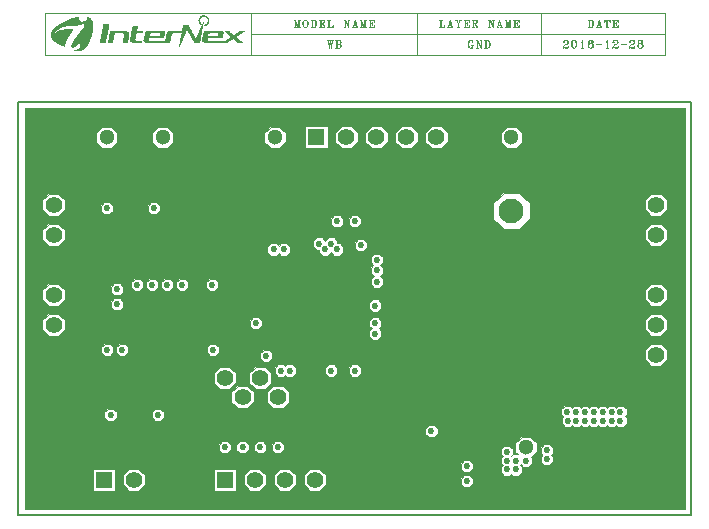
<source format=gbr>
%MOMM*%
%FSLAX33Y33*%
%ADD10C,0.203200*%
%ADD15C,0.070000*%
%ADD20C,1.400000*%
%ADD133C,0.530000*%
%ADD134C,3.800000*%
%ADD135R,1.400000X1.400000*%
%ADD136C,1.300000*%
%ADD137C,2.100000*%
%ADD138C,0.100000*%
G90*G71*G01*D02*G54D10*X000000Y000000D02*X057000Y000000D01*X057000Y035000D01*
X000000Y035000D01*X000000Y000000D01*D02*G54D15*X019750Y042500D02*
X002250Y042500D01*X002250Y039000D01*X019750Y039000D01*X019750Y040750D02*
X054750Y040750D01*X026232Y040214D02*X026314Y039578D01*X026254Y040214D02*
X026314Y039727D01*X026314Y039578D01*X026273Y040214D02*X026336Y039727D01*
X026400Y040214D02*X026336Y039727D01*X026314Y039578D01*X026400Y040214D02*
X026482Y039578D01*X026418Y040214D02*X026482Y039727D01*X026482Y039578D01*
X026441Y040214D02*X026500Y039727D01*X026564Y040193D02*X026500Y039727D01*
X026482Y039578D01*X026173Y040214D02*X026336Y040214D01*X026400Y040214D02*
X026441Y040214D01*X026500Y040214D02*X026628Y040214D01*X026191Y040214D02*
X026254Y040193D01*X026213Y040214D02*X026254Y040161D01*X026295Y040214D02*
X026273Y040161D01*X026314Y040214D02*X026273Y040193D01*X026523Y040214D02*
X026564Y040193D01*X026605Y040214D02*X026564Y040193D01*X026950Y040214D02*
X026950Y039578D01*X026977Y040193D02*X026977Y039610D01*X027004Y040214D02*
X027004Y039578D01*X026873Y040214D02*X027191Y040214D01*X027273Y040193D01*
X027296Y040161D01*X027327Y040098D01*X027327Y040034D01*X027296Y039981D01*
X027273Y039949D01*X027191Y039917D01*X027273Y040161D02*X027296Y040098D01*
X027296Y040034D01*X027273Y039981D01*X027191Y040214D02*X027246Y040193D01*
X027273Y040130D01*X027273Y040002D01*X027246Y039949D01*X027191Y039917D01*
X027004Y039917D02*X027191Y039917D01*X027273Y039886D01*X027296Y039854D01*
X027327Y039790D01*X027327Y039705D01*X027296Y039642D01*X027273Y039610D01*
X027191Y039578D01*X026873Y039578D01*X027273Y039854D02*X027296Y039790D01*
X027296Y039705D01*X027273Y039642D01*X027191Y039917D02*X027246Y039886D01*
X027273Y039822D01*X027273Y039673D01*X027246Y039610D01*X027191Y039578D01*
X026895Y040214D02*X026950Y040193D01*X026923Y040214D02*X026950Y040161D01*
X027032Y040214D02*X027004Y040161D01*X027059Y040214D02*X027004Y040193D01*
X026950Y039610D02*X026895Y039578D01*X026950Y039642D02*X026923Y039578D01*
X027004Y039642D02*X027032Y039578D01*X027004Y039610D02*X027059Y039578D01*
X023432Y041964D02*X023432Y041360D01*X023432Y041964D02*X023577Y041328D01*
X023454Y041964D02*X023577Y041423D01*X023473Y041964D02*X023596Y041423D01*
X023723Y041964D02*X023577Y041328D01*X023723Y041964D02*X023723Y041328D01*
X023741Y041943D02*X023741Y041360D01*X023764Y041964D02*X023764Y041328D01*
X023373Y041964D02*X023473Y041964D01*X023723Y041964D02*X023828Y041964D01*
X023373Y041328D02*X023495Y041328D01*X023659Y041328D02*X023828Y041328D01*
X023391Y041964D02*X023432Y041943D01*X023782Y041964D02*X023764Y041911D01*
X023805Y041964D02*X023764Y041943D01*X023432Y041360D02*X023391Y041328D01*
X023432Y041360D02*X023473Y041328D01*X023723Y041360D02*X023682Y041328D01*
X023723Y041392D02*X023700Y041328D01*X023764Y041392D02*X023782Y041328D01*
X023764Y041360D02*X023805Y041328D01*X024268Y041964D02*X024186Y041943D01*
X024127Y041880D01*X024100Y041816D01*X024073Y041699D01*X024073Y041604D01*
X024100Y041477D01*X024127Y041423D01*X024186Y041360D01*X024268Y041328D01*
X024327Y041328D01*X024414Y041360D01*X024468Y041423D01*X024496Y041477D01*
X024528Y041604D01*X024528Y041699D01*X024496Y041816D01*X024468Y041880D01*
X024414Y041943D01*X024327Y041964D01*X024268Y041964D01*X024154Y041880D02*
X024127Y041816D01*X024100Y041731D01*X024100Y041572D01*X024127Y041477D01*
X024154Y041423D01*X024441Y041423D02*X024468Y041477D01*X024496Y041572D01*
X024496Y041731D01*X024468Y041816D01*X024441Y041880D01*X024268Y041964D02*
X024214Y041943D01*X024154Y041848D01*X024127Y041731D01*X024127Y041572D01*
X024154Y041455D01*X024214Y041360D01*X024268Y041328D01*X024327Y041328D02*
X024382Y041360D01*X024441Y041455D01*X024468Y041572D01*X024468Y041731D01*
X024441Y041848D01*X024382Y041943D01*X024327Y041964D01*X024850Y041964D02*
X024850Y041328D01*X024877Y041943D02*X024877Y041360D01*X024904Y041964D02*
X024904Y041328D01*X024773Y041964D02*X025036Y041964D01*X025118Y041943D01*
X025173Y041880D01*X025200Y041816D01*X025228Y041731D01*X025228Y041572D01*
X025200Y041477D01*X025173Y041423D01*X025118Y041360D01*X025036Y041328D01*
X024773Y041328D01*X025146Y041880D02*X025173Y041816D01*X025200Y041731D01*
X025200Y041572D01*X025173Y041477D01*X025146Y041423D01*X025036Y041964D02*
X025091Y041943D01*X025146Y041848D01*X025173Y041731D01*X025173Y041572D01*
X025146Y041455D01*X025091Y041360D01*X025036Y041328D01*X024795Y041964D02*
X024850Y041943D01*X024823Y041964D02*X024850Y041911D01*X024932Y041964D02*
X024904Y041911D01*X024959Y041964D02*X024904Y041943D01*X024850Y041360D02*
X024795Y041328D01*X024850Y041392D02*X024823Y041328D01*X024904Y041392D02*
X024932Y041328D01*X024904Y041360D02*X024959Y041328D01*X025554Y041964D02*
X025554Y041328D01*X025582Y041943D02*X025582Y041360D01*X025614Y041964D02*
X025614Y041328D01*X025473Y041964D02*X025928Y041964D01*X025928Y041784D01*
X025614Y041667D02*X025782Y041667D01*X025782Y041784D02*X025782Y041540D01*
X025473Y041328D02*X025928Y041328D01*X025928Y041508D01*X025500Y041964D02*
X025554Y041943D01*X025527Y041964D02*X025554Y041911D01*X025641Y041964D02*
X025614Y041911D01*X025668Y041964D02*X025614Y041943D01*X025782Y041964D02*
X025928Y041943D01*X025841Y041964D02*X025928Y041911D01*X025868Y041964D02*
X025928Y041880D01*X025896Y041964D02*X025928Y041784D01*X025782Y041784D02*
X025755Y041667D01*X025782Y041540D01*X025782Y041731D02*X025727Y041667D01*
X025782Y041604D01*X025782Y041699D02*X025668Y041667D01*X025782Y041636D01*
X025554Y041360D02*X025500Y041328D01*X025554Y041392D02*X025527Y041328D01*
X025614Y041392D02*X025641Y041328D01*X025614Y041360D02*X025668Y041328D01*
X025782Y041328D02*X025928Y041360D01*X025841Y041328D02*X025928Y041392D01*
X025868Y041328D02*X025928Y041423D01*X025896Y041328D02*X025928Y041508D01*
X026264Y041964D02*X026264Y041328D01*X026291Y041943D02*X026291Y041360D01*
X026323Y041964D02*X026323Y041328D01*X026173Y041964D02*X026414Y041964D01*
X026173Y041328D02*X026628Y041328D01*X026628Y041508D01*X026200Y041964D02*
X026264Y041943D01*X026232Y041964D02*X026264Y041911D01*X026355Y041964D02*
X026323Y041911D01*X026382Y041964D02*X026323Y041943D01*X026264Y041360D02*
X026200Y041328D01*X026264Y041392D02*X026232Y041328D01*X026323Y041392D02*
X026355Y041328D01*X026323Y041360D02*X026382Y041328D01*X026473Y041328D02*
X026628Y041360D01*X026532Y041328D02*X026628Y041392D01*X026564Y041328D02*
X026628Y041423D01*X026596Y041328D02*X026628Y041508D01*X027636Y041964D02*
X027636Y041360D01*X027636Y041964D02*X027955Y041328D01*X027663Y041964D02*
X027932Y041423D01*X027682Y041964D02*X027955Y041423D01*X027955Y041943D02*
X027955Y041328D01*X027572Y041964D02*X027682Y041964D01*X027891Y041964D02*
X028027Y041964D01*X027572Y041328D02*X027704Y041328D01*X027591Y041964D02*
X027636Y041943D01*X027914Y041964D02*X027955Y041943D01*X028005Y041964D02*
X027955Y041943D01*X027636Y041360D02*X027591Y041328D01*X027636Y041360D02*
X027682Y041328D01*X028500Y041964D02*X028323Y041360D01*X028473Y041880D02*
X028623Y041328D01*X028500Y041880D02*X028650Y041328D01*X028500Y041964D02*
X028673Y041328D01*X028373Y041508D02*X028600Y041508D01*X028272Y041328D02*
X028423Y041328D01*X028550Y041328D02*X028727Y041328D01*X028323Y041360D02*
X028295Y041328D01*X028323Y041360D02*X028373Y041328D01*X028623Y041360D02*
X028573Y041328D01*X028623Y041392D02*X028600Y041328D01*X028650Y041392D02*
X028700Y041328D01*X029032Y041964D02*X029032Y041360D01*X029032Y041964D02*
X029177Y041328D01*X029054Y041964D02*X029177Y041423D01*X029073Y041964D02*
X029195Y041423D01*X029323Y041964D02*X029177Y041328D01*X029323Y041964D02*
X029323Y041328D01*X029341Y041943D02*X029341Y041360D01*X029364Y041964D02*
X029364Y041328D01*X028972Y041964D02*X029073Y041964D01*X029323Y041964D02*
X029427Y041964D01*X028972Y041328D02*X029095Y041328D01*X029259Y041328D02*
X029427Y041328D01*X028991Y041964D02*X029032Y041943D01*X029382Y041964D02*
X029364Y041911D01*X029405Y041964D02*X029364Y041943D01*X029032Y041360D02*
X028991Y041328D01*X029032Y041360D02*X029073Y041328D01*X029323Y041360D02*
X029282Y041328D01*X029323Y041392D02*X029300Y041328D01*X029364Y041392D02*
X029382Y041328D01*X029364Y041360D02*X029405Y041328D01*X029754Y041964D02*
X029754Y041328D01*X029782Y041943D02*X029782Y041360D01*X029814Y041964D02*
X029814Y041328D01*X029672Y041964D02*X030127Y041964D01*X030127Y041784D01*
X029814Y041667D02*X029982Y041667D01*X029982Y041784D02*X029982Y041540D01*
X029672Y041328D02*X030127Y041328D01*X030127Y041508D01*X029700Y041964D02*
X029754Y041943D01*X029727Y041964D02*X029754Y041911D01*X029841Y041964D02*
X029814Y041911D01*X029868Y041964D02*X029814Y041943D01*X029982Y041964D02*
X030127Y041943D01*X030041Y041964D02*X030127Y041911D01*X030068Y041964D02*
X030127Y041880D01*X030096Y041964D02*X030127Y041784D01*X029982Y041784D02*
X029955Y041667D01*X029982Y041540D01*X029982Y041731D02*X029927Y041667D01*
X029982Y041604D01*X029982Y041699D02*X029868Y041667D01*X029982Y041636D01*
X029754Y041360D02*X029700Y041328D01*X029754Y041392D02*X029727Y041328D01*
X029814Y041392D02*X029841Y041328D01*X029814Y041360D02*X029868Y041328D01*
X029982Y041328D02*X030127Y041360D01*X030041Y041328D02*X030127Y041392D01*
X030068Y041328D02*X030127Y041423D01*X030096Y041328D02*X030127Y041508D01*
X035714Y041964D02*X035714Y041328D01*X035741Y041943D02*X035741Y041360D01*
X035773Y041964D02*X035773Y041328D01*X035623Y041964D02*X035864Y041964D01*
X035623Y041328D02*X036078Y041328D01*X036078Y041508D01*X035650Y041964D02*
X035714Y041943D01*X035682Y041964D02*X035714Y041911D01*X035805Y041964D02*
X035773Y041911D01*X035832Y041964D02*X035773Y041943D01*X035714Y041360D02*
X035650Y041328D01*X035714Y041392D02*X035682Y041328D01*X035773Y041392D02*
X035805Y041328D01*X035773Y041360D02*X035832Y041328D01*X035923Y041328D02*
X036078Y041360D01*X035982Y041328D02*X036078Y041392D01*X036014Y041328D02*
X036078Y041423D01*X036046Y041328D02*X036078Y041508D01*X036550Y041964D02*
X036373Y041360D01*X036523Y041880D02*X036673Y041328D01*X036550Y041880D02*
X036700Y041328D01*X036550Y041964D02*X036723Y041328D01*X036423Y041508D02*
X036650Y041508D01*X036323Y041328D02*X036473Y041328D01*X036600Y041328D02*
X036778Y041328D01*X036373Y041360D02*X036345Y041328D01*X036373Y041360D02*
X036423Y041328D01*X036673Y041360D02*X036623Y041328D01*X036673Y041392D02*
X036650Y041328D01*X036700Y041392D02*X036750Y041328D01*X037068Y041964D02*
X037223Y041636D01*X037223Y041328D01*X037091Y041964D02*X037245Y041636D01*
X037245Y041360D01*X037109Y041964D02*X037273Y041636D01*X037273Y041328D01*
X037405Y041943D02*X037273Y041636D01*X037023Y041964D02*X037182Y041964D01*
X037336Y041964D02*X037478Y041964D01*X037159Y041328D02*X037336Y041328D01*
X037045Y041964D02*X037091Y041943D01*X037159Y041964D02*X037109Y041943D01*
X037364Y041964D02*X037405Y041943D01*X037450Y041964D02*X037405Y041943D01*
X037223Y041360D02*X037182Y041328D01*X037223Y041392D02*X037200Y041328D01*
X037273Y041392D02*X037291Y041328D01*X037273Y041360D02*X037314Y041328D01*
X037804Y041964D02*X037804Y041328D01*X037832Y041943D02*X037832Y041360D01*
X037864Y041964D02*X037864Y041328D01*X037723Y041964D02*X038178Y041964D01*
X038178Y041784D01*X037864Y041667D02*X038032Y041667D01*X038032Y041784D02*
X038032Y041540D01*X037723Y041328D02*X038178Y041328D01*X038178Y041508D01*
X037750Y041964D02*X037804Y041943D01*X037777Y041964D02*X037804Y041911D01*
X037891Y041964D02*X037864Y041911D01*X037918Y041964D02*X037864Y041943D01*
X038032Y041964D02*X038178Y041943D01*X038091Y041964D02*X038178Y041911D01*
X038118Y041964D02*X038178Y041880D01*X038146Y041964D02*X038178Y041784D01*
X038032Y041784D02*X038005Y041667D01*X038032Y041540D01*X038032Y041731D02*
X037977Y041667D01*X038032Y041604D01*X038032Y041699D02*X037918Y041667D01*
X038032Y041636D01*X037804Y041360D02*X037750Y041328D01*X037804Y041392D02*
X037777Y041328D01*X037864Y041392D02*X037891Y041328D01*X037864Y041360D02*
X037918Y041328D01*X038032Y041328D02*X038178Y041360D01*X038091Y041328D02*
X038178Y041392D01*X038118Y041328D02*X038178Y041423D01*X038146Y041328D02*
X038178Y041508D01*X038495Y041964D02*X038495Y041328D01*X038523Y041943D02*
X038523Y041360D01*X038545Y041964D02*X038545Y041328D01*X038423Y041964D02*
X038723Y041964D01*X038800Y041943D01*X038823Y041911D01*X038850Y041848D01*
X038850Y041784D01*X038823Y041731D01*X038800Y041699D01*X038723Y041667D01*
X038545Y041667D01*X038800Y041911D02*X038823Y041848D01*X038823Y041784D01*
X038800Y041731D01*X038723Y041964D02*X038773Y041943D01*X038800Y041880D01*
X038800Y041752D01*X038773Y041699D01*X038723Y041667D01*X038645Y041667D02*
X038700Y041636D01*X038723Y041572D01*X038773Y041392D01*X038800Y041328D01*
X038850Y041328D01*X038878Y041392D01*X038878Y041455D01*X038773Y041455D02*
X038800Y041392D01*X038823Y041360D01*X038850Y041360D01*X038700Y041636D02*
X038723Y041604D01*X038800Y041423D01*X038823Y041392D01*X038850Y041392D01*
X038878Y041423D01*X038423Y041328D02*X038623Y041328D01*X038445Y041964D02*
X038495Y041943D01*X038473Y041964D02*X038495Y041911D01*X038573Y041964D02*
X038545Y041911D01*X038595Y041964D02*X038545Y041943D01*X038495Y041360D02*
X038445Y041328D01*X038495Y041392D02*X038473Y041328D01*X038545Y041392D02*
X038573Y041328D01*X038545Y041360D02*X038595Y041328D01*X039886Y041964D02*
X039886Y041360D01*X039886Y041964D02*X040205Y041328D01*X039913Y041964D02*
X040182Y041423D01*X039932Y041964D02*X040205Y041423D01*X040205Y041943D02*
X040205Y041328D01*X039822Y041964D02*X039932Y041964D01*X040141Y041964D02*
X040277Y041964D01*X039822Y041328D02*X039954Y041328D01*X039841Y041964D02*
X039886Y041943D01*X040164Y041964D02*X040205Y041943D01*X040255Y041964D02*
X040205Y041943D01*X039886Y041360D02*X039841Y041328D01*X039886Y041360D02*
X039932Y041328D01*X040750Y041964D02*X040573Y041360D01*X040723Y041880D02*
X040873Y041328D01*X040750Y041880D02*X040900Y041328D01*X040750Y041964D02*
X040923Y041328D01*X040623Y041508D02*X040850Y041508D01*X040522Y041328D02*
X040673Y041328D01*X040800Y041328D02*X040977Y041328D01*X040573Y041360D02*
X040545Y041328D01*X040573Y041360D02*X040623Y041328D01*X040873Y041360D02*
X040823Y041328D01*X040873Y041392D02*X040850Y041328D01*X040900Y041392D02*
X040950Y041328D01*X041282Y041964D02*X041282Y041360D01*X041282Y041964D02*
X041427Y041328D01*X041304Y041964D02*X041427Y041423D01*X041323Y041964D02*
X041445Y041423D01*X041573Y041964D02*X041427Y041328D01*X041573Y041964D02*
X041573Y041328D01*X041591Y041943D02*X041591Y041360D01*X041614Y041964D02*
X041614Y041328D01*X041222Y041964D02*X041323Y041964D01*X041573Y041964D02*
X041677Y041964D01*X041222Y041328D02*X041345Y041328D01*X041509Y041328D02*
X041677Y041328D01*X041241Y041964D02*X041282Y041943D01*X041632Y041964D02*
X041614Y041911D01*X041655Y041964D02*X041614Y041943D01*X041282Y041360D02*
X041241Y041328D01*X041282Y041360D02*X041323Y041328D01*X041573Y041360D02*
X041532Y041328D01*X041573Y041392D02*X041550Y041328D01*X041614Y041392D02*
X041632Y041328D01*X041614Y041360D02*X041655Y041328D01*X042004Y041964D02*
X042004Y041328D01*X042032Y041943D02*X042032Y041360D01*X042064Y041964D02*
X042064Y041328D01*X041922Y041964D02*X042377Y041964D01*X042377Y041784D01*
X042064Y041667D02*X042232Y041667D01*X042232Y041784D02*X042232Y041540D01*
X041922Y041328D02*X042377Y041328D01*X042377Y041508D01*X041950Y041964D02*
X042004Y041943D01*X041977Y041964D02*X042004Y041911D01*X042091Y041964D02*
X042064Y041911D01*X042118Y041964D02*X042064Y041943D01*X042232Y041964D02*
X042377Y041943D01*X042291Y041964D02*X042377Y041911D01*X042318Y041964D02*
X042377Y041880D01*X042346Y041964D02*X042377Y041784D01*X042232Y041784D02*
X042205Y041667D01*X042232Y041540D01*X042232Y041731D02*X042177Y041667D01*
X042232Y041604D01*X042232Y041699D02*X042118Y041667D01*X042232Y041636D01*
X042004Y041360D02*X041950Y041328D01*X042004Y041392D02*X041977Y041328D01*
X042064Y041392D02*X042091Y041328D01*X042064Y041360D02*X042118Y041328D01*
X042232Y041328D02*X042377Y041360D01*X042291Y041328D02*X042377Y041392D01*
X042318Y041328D02*X042377Y041423D01*X042346Y041328D02*X042377Y041508D01*
X033750Y042500D02*X033750Y039000D01*X019750Y042500D02*X054750Y042500D01*
X054750Y039000D02*X019750Y039000D01*X019750Y042500D02*X019750Y039000D01*
X054750Y042500D02*X054750Y039000D01*X044250Y042500D02*X044250Y039000D01*
X048300Y041964D02*X048300Y041328D01*X048327Y041943D02*X048327Y041360D01*
X048354Y041964D02*X048354Y041328D01*X048223Y041964D02*X048486Y041964D01*
X048568Y041943D01*X048623Y041880D01*X048650Y041816D01*X048678Y041731D01*
X048678Y041572D01*X048650Y041477D01*X048623Y041423D01*X048568Y041360D01*
X048486Y041328D01*X048223Y041328D01*X048596Y041880D02*X048623Y041816D01*
X048650Y041731D01*X048650Y041572D01*X048623Y041477D01*X048596Y041423D01*
X048486Y041964D02*X048541Y041943D01*X048596Y041848D01*X048623Y041731D01*
X048623Y041572D01*X048596Y041455D01*X048541Y041360D01*X048486Y041328D01*
X048245Y041964D02*X048300Y041943D01*X048273Y041964D02*X048300Y041911D01*
X048382Y041964D02*X048354Y041911D01*X048409Y041964D02*X048354Y041943D01*
X048300Y041360D02*X048245Y041328D01*X048300Y041392D02*X048273Y041328D01*
X048354Y041392D02*X048382Y041328D01*X048354Y041360D02*X048409Y041328D01*
X049150Y041964D02*X048973Y041360D01*X049123Y041880D02*X049273Y041328D01*
X049150Y041880D02*X049300Y041328D01*X049150Y041964D02*X049323Y041328D01*
X049023Y041508D02*X049250Y041508D01*X048923Y041328D02*X049073Y041328D01*
X049200Y041328D02*X049378Y041328D01*X048973Y041360D02*X048945Y041328D01*
X048973Y041360D02*X049023Y041328D01*X049273Y041360D02*X049223Y041328D01*
X049273Y041392D02*X049250Y041328D01*X049300Y041392D02*X049350Y041328D01*
X049623Y041964D02*X049623Y041784D01*X049818Y041964D02*X049818Y041328D01*
X049850Y041943D02*X049850Y041360D01*X049877Y041964D02*X049877Y041328D01*
X050077Y041964D02*X050077Y041784D01*X049623Y041964D02*X050077Y041964D01*
X049736Y041328D02*X049959Y041328D01*X049650Y041964D02*X049623Y041784D01*
X049677Y041964D02*X049623Y041880D01*X049704Y041964D02*X049623Y041911D01*
X049764Y041964D02*X049623Y041943D01*X049932Y041964D02*X050077Y041943D01*
X049991Y041964D02*X050077Y041911D01*X050018Y041964D02*X050077Y041880D01*
X050046Y041964D02*X050077Y041784D01*X049818Y041360D02*X049764Y041328D01*
X049818Y041392D02*X049791Y041328D01*X049877Y041392D02*X049905Y041328D01*
X049877Y041360D02*X049932Y041328D01*X050404Y041964D02*X050404Y041328D01*
X050432Y041943D02*X050432Y041360D01*X050464Y041964D02*X050464Y041328D01*
X050322Y041964D02*X050777Y041964D01*X050777Y041784D01*X050464Y041667D02*
X050632Y041667D01*X050632Y041784D02*X050632Y041540D01*X050322Y041328D02*
X050777Y041328D01*X050777Y041508D01*X050350Y041964D02*X050404Y041943D01*
X050377Y041964D02*X050404Y041911D01*X050491Y041964D02*X050464Y041911D01*
X050518Y041964D02*X050464Y041943D01*X050632Y041964D02*X050777Y041943D01*
X050691Y041964D02*X050777Y041911D01*X050718Y041964D02*X050777Y041880D01*
X050746Y041964D02*X050777Y041784D01*X050632Y041784D02*X050605Y041667D01*
X050632Y041540D01*X050632Y041731D02*X050577Y041667D01*X050632Y041604D01*
X050632Y041699D02*X050518Y041667D01*X050632Y041636D01*X050404Y041360D02*
X050350Y041328D01*X050404Y041392D02*X050377Y041328D01*X050464Y041392D02*
X050491Y041328D01*X050464Y041360D02*X050518Y041328D01*X050632Y041328D02*
X050777Y041360D01*X050691Y041328D02*X050777Y041392D01*X050718Y041328D02*
X050777Y041423D01*X050746Y041328D02*X050777Y041508D01*X046154Y040098D02*
X046154Y040066D01*X046186Y040066D01*X046186Y040098D01*X046154Y040098D01*
X046154Y040130D02*X046186Y040130D01*X046218Y040098D01*X046218Y040066D01*
X046186Y040034D01*X046154Y040034D01*X046123Y040066D01*X046123Y040098D01*
X046154Y040161D01*X046186Y040193D01*X046282Y040214D01*X046414Y040214D01*
X046509Y040193D01*X046541Y040161D01*X046578Y040098D01*X046578Y040034D01*
X046541Y039981D01*X046446Y039917D01*X046282Y039854D01*X046218Y039822D01*
X046154Y039758D01*X046123Y039673D01*X046123Y039578D01*X046509Y040161D02*
X046541Y040098D01*X046541Y040034D01*X046509Y039981D01*X046414Y040214D02*
X046477Y040193D01*X046509Y040098D01*X046509Y040034D01*X046477Y039981D01*
X046414Y039917D01*X046282Y039854D01*X046123Y039642D02*X046154Y039673D01*
X046218Y039673D01*X046377Y039642D01*X046509Y039642D01*X046578Y039673D01*
X046218Y039673D02*X046377Y039610D01*X046509Y039610D01*X046541Y039642D01*
X046218Y039673D02*X046377Y039578D01*X046509Y039578D01*X046541Y039610D01*
X046578Y039673D01*X046578Y039727D01*X047014Y040214D02*X046918Y040193D01*
X046854Y040098D01*X046823Y039949D01*X046823Y039854D01*X046854Y039705D01*
X046918Y039610D01*X047014Y039578D01*X047082Y039578D01*X047177Y039610D01*
X047241Y039705D01*X047278Y039854D01*X047278Y039949D01*X047241Y040098D01*
X047177Y040193D01*X047082Y040214D01*X047014Y040214D01*X046918Y040161D02*
X046886Y040098D01*X046854Y039981D01*X046854Y039822D01*X046886Y039705D01*
X046918Y039642D01*X047177Y039642D02*X047209Y039705D01*X047241Y039822D01*
X047241Y039981D01*X047209Y040098D01*X047177Y040161D01*X047014Y040214D02*
X046950Y040193D01*X046918Y040130D01*X046886Y039981D01*X046886Y039822D01*
X046918Y039673D01*X046950Y039610D01*X047014Y039578D01*X047082Y039578D02*
X047146Y039610D01*X047177Y039673D01*X047209Y039822D01*X047209Y039981D01*
X047177Y040130D01*X047146Y040193D01*X047082Y040214D01*X047727Y040161D02*
X047727Y039578D01*X047745Y040161D02*X047745Y039610D01*X047759Y040214D02*
X047759Y039578D01*X047759Y040214D02*X047714Y040130D01*X047686Y040098D01*
X047673Y039578D02*X047818Y039578D01*X047727Y039610D02*X047700Y039578D01*
X047727Y039642D02*X047714Y039578D01*X047759Y039642D02*X047773Y039578D01*
X047759Y039610D02*X047786Y039578D01*X048577Y040130D02*X048577Y040098D01*
X048609Y040098D01*X048609Y040130D01*X048577Y040130D01*X048609Y040161D02*
X048577Y040161D01*X048546Y040130D01*X048546Y040098D01*X048577Y040066D01*
X048609Y040066D01*X048641Y040098D01*X048641Y040130D01*X048609Y040193D01*
X048546Y040214D01*X048450Y040214D01*X048350Y040193D01*X048286Y040130D01*
X048254Y040066D01*X048223Y039949D01*X048223Y039758D01*X048254Y039673D01*
X048318Y039610D01*X048414Y039578D01*X048482Y039578D01*X048577Y039610D01*
X048641Y039673D01*X048678Y039758D01*X048678Y039790D01*X048641Y039886D01*
X048577Y039949D01*X048482Y039981D01*X048414Y039981D01*X048350Y039949D01*
X048318Y039917D01*X048286Y039854D01*X048318Y040130D02*X048286Y040066D01*
X048254Y039949D01*X048254Y039758D01*X048286Y039673D01*X048318Y039642D01*
X048609Y039673D02*X048641Y039727D01*X048641Y039822D01*X048609Y039886D01*
X048450Y040214D02*X048382Y040193D01*X048350Y040161D01*X048318Y040098D01*
X048286Y039981D01*X048286Y039758D01*X048318Y039673D01*X048350Y039610D01*
X048414Y039578D01*X048482Y039578D02*X048546Y039610D01*X048577Y039642D01*
X048609Y039727D01*X048609Y039822D01*X048577Y039917D01*X048546Y039949D01*
X048482Y039981D01*X048923Y039886D02*X049378Y039886D01*X049378Y039854D01*
X048923Y039886D02*X048923Y039854D01*X049378Y039854D01*X049827Y040161D02*
X049827Y039578D01*X049845Y040161D02*X049845Y039610D01*X049859Y040214D02*
X049859Y039578D01*X049859Y040214D02*X049814Y040130D01*X049786Y040098D01*
X049773Y039578D02*X049918Y039578D01*X049827Y039610D02*X049800Y039578D01*
X049827Y039642D02*X049814Y039578D01*X049859Y039642D02*X049873Y039578D01*
X049859Y039610D02*X049886Y039578D01*X050354Y040098D02*X050354Y040066D01*
X050386Y040066D01*X050386Y040098D01*X050354Y040098D01*X050354Y040130D02*
X050386Y040130D01*X050418Y040098D01*X050418Y040066D01*X050386Y040034D01*
X050354Y040034D01*X050322Y040066D01*X050322Y040098D01*X050354Y040161D01*
X050386Y040193D01*X050482Y040214D01*X050614Y040214D01*X050709Y040193D01*
X050741Y040161D01*X050777Y040098D01*X050777Y040034D01*X050741Y039981D01*
X050646Y039917D01*X050482Y039854D01*X050418Y039822D01*X050354Y039758D01*
X050322Y039673D01*X050322Y039578D01*X050709Y040161D02*X050741Y040098D01*
X050741Y040034D01*X050709Y039981D01*X050614Y040214D02*X050677Y040193D01*
X050709Y040098D01*X050709Y040034D01*X050677Y039981D01*X050614Y039917D01*
X050482Y039854D01*X050322Y039642D02*X050354Y039673D01*X050418Y039673D01*
X050577Y039642D01*X050709Y039642D01*X050777Y039673D01*X050418Y039673D02*
X050577Y039610D01*X050709Y039610D01*X050741Y039642D01*X050418Y039673D02*
X050577Y039578D01*X050709Y039578D01*X050741Y039610D01*X050777Y039673D01*
X050777Y039727D01*X051022Y039886D02*X051477Y039886D01*X051477Y039854D01*
X051022Y039886D02*X051022Y039854D01*X051477Y039854D01*X051754Y040098D02*
X051754Y040066D01*X051786Y040066D01*X051786Y040098D01*X051754Y040098D01*
X051754Y040130D02*X051786Y040130D01*X051818Y040098D01*X051818Y040066D01*
X051786Y040034D01*X051754Y040034D01*X051722Y040066D01*X051722Y040098D01*
X051754Y040161D01*X051786Y040193D01*X051882Y040214D01*X052014Y040214D01*
X052109Y040193D01*X052141Y040161D01*X052177Y040098D01*X052177Y040034D01*
X052141Y039981D01*X052046Y039917D01*X051882Y039854D01*X051818Y039822D01*
X051754Y039758D01*X051722Y039673D01*X051722Y039578D01*X052109Y040161D02*
X052141Y040098D01*X052141Y040034D01*X052109Y039981D01*X052014Y040214D02*
X052077Y040193D01*X052109Y040098D01*X052109Y040034D01*X052077Y039981D01*
X052014Y039917D01*X051882Y039854D01*X051722Y039642D02*X051754Y039673D01*
X051818Y039673D01*X051977Y039642D01*X052109Y039642D01*X052177Y039673D01*
X051818Y039673D02*X051977Y039610D01*X052109Y039610D01*X052141Y039642D01*
X051818Y039673D02*X051977Y039578D01*X052109Y039578D01*X052141Y039610D01*
X052177Y039673D01*X052177Y039727D01*X052582Y040214D02*X052486Y040193D01*
X052454Y040130D01*X052454Y040034D01*X052486Y039981D01*X052582Y039949D01*
X052714Y039949D01*X052809Y039981D01*X052841Y040034D01*X052841Y040130D01*
X052809Y040193D01*X052714Y040214D01*X052582Y040214D01*X052518Y040193D02*
X052486Y040130D01*X052486Y040034D01*X052518Y039981D01*X052777Y039981D02*
X052809Y040034D01*X052809Y040130D01*X052777Y040193D01*X052582Y040214D02*
X052550Y040193D01*X052518Y040130D01*X052518Y040034D01*X052550Y039981D01*
X052582Y039949D01*X052714Y039949D02*X052746Y039981D01*X052777Y040034D01*
X052777Y040130D01*X052746Y040193D01*X052714Y040214D01*X052582Y039949D02*
X052486Y039917D01*X052454Y039886D01*X052422Y039822D01*X052422Y039705D01*
X052454Y039642D01*X052486Y039610D01*X052582Y039578D01*X052714Y039578D01*
X052809Y039610D01*X052841Y039642D01*X052877Y039705D01*X052877Y039822D01*
X052841Y039886D01*X052809Y039917D01*X052714Y039949D01*X052486Y039886D02*
X052454Y039822D01*X052454Y039705D01*X052486Y039642D01*X052809Y039642D02*
X052841Y039705D01*X052841Y039822D01*X052809Y039886D01*X052582Y039949D02*
X052518Y039917D01*X052486Y039822D01*X052486Y039705D01*X052518Y039610D01*
X052582Y039578D01*X052714Y039578D02*X052777Y039610D01*X052809Y039705D01*
X052809Y039822D01*X052777Y039917D01*X052714Y039949D01*X038423Y040130D02*
X038450Y040214D01*X038450Y040034D01*X038423Y040130D01*X038373Y040193D01*
X038323Y040214D01*X038245Y040214D01*X038173Y040193D01*X038123Y040130D01*
X038095Y040066D01*X038073Y039981D01*X038073Y039822D01*X038095Y039727D01*
X038123Y039673D01*X038173Y039610D01*X038245Y039578D01*X038323Y039578D01*
X038373Y039610D01*X038423Y039610D01*X038450Y039578D01*X038450Y039822D01*
X038145Y040130D02*X038123Y040066D01*X038095Y039981D01*X038095Y039822D01*
X038123Y039727D01*X038145Y039673D01*X038245Y040214D02*X038195Y040193D01*
X038145Y040098D01*X038123Y039981D01*X038123Y039822D01*X038145Y039705D01*
X038195Y039610D01*X038245Y039578D01*X038423Y039790D02*X038423Y039642D01*
X038400Y039822D02*X038400Y039642D01*X038373Y039610D01*X038323Y039822D02*
X038528Y039822D01*X038350Y039822D02*X038400Y039790D01*X038373Y039822D02*
X038400Y039758D01*X038473Y039822D02*X038450Y039758D01*X038500Y039822D02*
X038450Y039790D01*X038836Y040214D02*X038836Y039610D01*X038836Y040214D02*
X039155Y039578D01*X038864Y040214D02*X039132Y039673D01*X038882Y040214D02*
X039155Y039673D01*X039155Y040193D02*X039155Y039578D01*X038773Y040214D02*
X038882Y040214D01*X039091Y040214D02*X039228Y040214D01*X038773Y039578D02*
X038904Y039578D01*X038791Y040214D02*X038836Y040193D01*X039114Y040214D02*
X039155Y040193D01*X039205Y040214D02*X039155Y040193D01*X038836Y039610D02*
X038791Y039578D01*X038836Y039610D02*X038882Y039578D01*X039550Y040214D02*
X039550Y039578D01*X039577Y040193D02*X039577Y039610D01*X039604Y040214D02*
X039604Y039578D01*X039473Y040214D02*X039736Y040214D01*X039818Y040193D01*
X039873Y040130D01*X039900Y040066D01*X039927Y039981D01*X039927Y039822D01*
X039900Y039727D01*X039873Y039673D01*X039818Y039610D01*X039736Y039578D01*
X039473Y039578D01*X039846Y040130D02*X039873Y040066D01*X039900Y039981D01*
X039900Y039822D01*X039873Y039727D01*X039846Y039673D01*X039736Y040214D02*
X039791Y040193D01*X039846Y040098D01*X039873Y039981D01*X039873Y039822D01*
X039846Y039705D01*X039791Y039610D01*X039736Y039578D01*X039495Y040214D02*
X039550Y040193D01*X039523Y040214D02*X039550Y040161D01*X039632Y040214D02*
X039604Y040161D01*X039659Y040214D02*X039604Y040193D01*X039550Y039610D02*
X039495Y039578D01*X039550Y039642D02*X039523Y039578D01*X039604Y039642D02*
X039632Y039578D01*X039604Y039610D02*X039659Y039578D01*X000000Y000000D02*D02*
G54D20*X009790Y003000D03*X012330Y003000D03*X020040Y003000D03*X022580Y003000D03*
X025120Y003000D03*X027660Y003000D03*X003000Y011040D03*X017500Y011625D03*
X022000Y010000D03*X020500Y011625D03*X019000Y010000D03*X054000Y011040D03*
X003000Y013580D03*X054000Y013580D03*X003000Y016120D03*X054000Y016120D03*
X003000Y018660D03*X054000Y018660D03*X003000Y021200D03*X003000Y023740D03*
X054000Y021200D03*X054000Y023740D03*X003000Y026280D03*X054000Y026280D03*
X030330Y032000D03*X027790Y032000D03*X032870Y032000D03*X035410Y032000D03*
X037950Y032000D03*D02*G54D133*X006000Y001000D03*X010000Y001000D03*
X014000Y001000D03*X030375Y002865D03*X038000Y002865D03*X041750Y002250D03*
X048250Y001250D03*X051500Y001000D03*X001000Y005000D03*X009500Y005000D03*
X014000Y005000D03*X017500Y005750D03*X019000Y005750D03*X020500Y005750D03*
X022000Y005750D03*X022800Y005700D03*X027000Y005000D03*X030375Y004135D03*
X038000Y004135D03*X042125Y003875D03*X042125Y004625D03*X041375Y003875D03*
X041375Y004625D03*X041375Y005375D03*X043000Y004625D03*X044750Y004750D03*
X044750Y005500D03*X047500Y005125D03*X049125Y004050D03*X050250Y004750D03*
X048250Y005125D03*X052750Y005750D03*X056000Y005000D03*X001000Y008000D03*
X007830Y008500D03*X005500Y006000D03*X011830Y008500D03*X016500Y008250D03*
X023000Y008250D03*X027250Y007500D03*X028750Y006750D03*X025750Y006500D03*
X032500Y008625D03*X030375Y008250D03*X033375Y007250D03*X034325Y008625D03*
X036500Y007125D03*X035000Y007125D03*X038875Y007500D03*X041500Y008000D03*
X048250Y005875D03*X047500Y005875D03*X049875Y006500D03*X048000Y008000D03*
X046525Y008000D03*X047250Y008000D03*X048750Y008000D03*X049500Y008000D03*
X050250Y008000D03*X052125Y008625D03*X051000Y008000D03*X056000Y008000D03*
X001000Y011000D03*X005000Y010000D03*X014000Y009000D03*X022800Y011050D03*
X028500Y008750D03*X027000Y009750D03*X029625Y010500D03*X031250Y010750D03*
X040000Y011000D03*X046500Y008750D03*X050250Y008750D03*X048000Y008750D03*
X047250Y008750D03*X048750Y008750D03*X049500Y008750D03*X051000Y008750D03*
X056000Y011000D03*X001000Y014000D03*X008825Y014000D03*X007555Y014000D03*
X007830Y013000D03*X011830Y013000D03*X011000Y014000D03*X014000Y014000D03*
X016500Y014000D03*X021000Y013500D03*X023000Y012250D03*X022250Y012250D03*
X025500Y012250D03*X028500Y012250D03*X027550Y012350D03*X029200Y013000D03*
X026500Y012250D03*X033500Y014125D03*X030100Y014200D03*X036175Y014125D03*
X043500Y012375D03*X048000Y012875D03*X046500Y012375D03*X052125Y012000D03*
X056000Y014000D03*X001000Y017000D03*X005500Y015000D03*X018000Y017000D03*
X017750Y014625D03*X020125Y016250D03*X025250Y015500D03*X024250Y016500D03*
X025250Y016500D03*X024250Y015500D03*X023250Y015000D03*X026250Y016500D03*
X030250Y015375D03*X031875Y016750D03*X033375Y016750D03*X032625Y016750D03*
X030250Y016250D03*X034250Y015875D03*X037375Y016750D03*X036625Y016750D03*
X035875Y016750D03*X035125Y016750D03*X040500Y015875D03*X046500Y015000D03*
X050500Y017000D03*X047500Y017000D03*X056000Y017000D03*X001000Y020000D03*
X008375Y019125D03*X008375Y017875D03*X010095Y019500D03*X011365Y019500D03*
X012635Y019500D03*X010500Y017500D03*X013905Y019500D03*X016445Y019500D03*
X015175Y017500D03*X016500Y017500D03*X013500Y017500D03*X020000Y019500D03*
X020125Y017625D03*X017500Y019750D03*X024250Y019500D03*X025250Y017500D03*
X025250Y018500D03*X024250Y018500D03*X024250Y017500D03*X025250Y019500D03*
X023250Y017500D03*X023250Y018500D03*X026250Y019500D03*X026250Y017500D03*
X026250Y018500D03*X030250Y017750D03*X030375Y019750D03*X037875Y019875D03*
X038125Y017500D03*X040875Y019625D03*X040125Y019625D03*X039375Y019500D03*
X038625Y019500D03*X039625Y017500D03*X038875Y017500D03*X042250Y017500D03*
X041500Y017500D03*X045250Y017500D03*X044500Y017500D03*X043750Y017500D03*
X043000Y017500D03*X045000Y019625D03*X044250Y019625D03*X043500Y019625D03*
X042750Y019500D03*X045750Y019625D03*X046000Y017500D03*X046625Y018500D03*
X047500Y020000D03*X050500Y020000D03*X056000Y020000D03*X005500Y021500D03*
X012250Y022500D03*X016125Y022625D03*X020125Y020750D03*X018000Y021500D03*
X020500Y022500D03*X021625Y022500D03*X022500Y022500D03*X027000Y022500D03*
X026000Y022500D03*X026250Y020375D03*X029000Y022875D03*X030375Y021625D03*
X032500Y022875D03*X031875Y020250D03*X031125Y020250D03*X033375Y020250D03*
X032625Y020250D03*X030375Y020750D03*X034500Y021875D03*X035625Y020250D03*
X037125Y020250D03*X036375Y020250D03*X040875Y021875D03*X040875Y021125D03*
X040875Y020375D03*X040875Y022625D03*X042750Y022500D03*X042750Y021750D03*
X042750Y021000D03*X042750Y020250D03*X001000Y023000D03*X014000Y023500D03*
X021000Y024000D03*X018000Y024000D03*X025500Y023000D03*X024500Y024000D03*
X023500Y024000D03*X028500Y024875D03*X027000Y024875D03*X026500Y023000D03*
X031000Y024000D03*X031000Y025500D03*X036500Y023500D03*X034000Y023500D03*
X034000Y025500D03*X036500Y025500D03*X039875Y025750D03*X040125Y024750D03*
X040750Y024125D03*X040875Y023375D03*X042750Y023250D03*X043625Y025750D03*
X043375Y024750D03*X042750Y024125D03*X050500Y023000D03*X047500Y023000D03*
X056000Y023000D03*X001000Y026000D03*X007500Y026000D03*X005000Y026500D03*
X011500Y026000D03*X009750Y026000D03*X015250Y026500D03*X021000Y026500D03*
X018000Y026500D03*X024000Y026500D03*X031000Y028000D03*X036500Y028000D03*
X034000Y028000D03*X040750Y028250D03*X040750Y027375D03*X040125Y026750D03*
X042750Y027375D03*X043375Y026750D03*X042750Y028250D03*X047500Y026000D03*
X050500Y026000D03*X056000Y026000D03*X004000Y029000D03*X001000Y029000D03*
X005500Y028800D03*X013500Y028800D03*X015500Y029000D03*X021000Y029000D03*
X018000Y029000D03*X024000Y029000D03*X026750Y030500D03*X029875Y030375D03*
X032000Y030000D03*X036500Y030000D03*X040750Y030000D03*X040750Y029125D03*
X042750Y029125D03*X042750Y030000D03*X050500Y029000D03*X047500Y029000D03*
X056000Y029000D03*X050500Y034000D03*D02*G54D134*X003000Y003000D03*
X054000Y003000D03*X003000Y032000D03*X054000Y032000D03*D02*G54D135*
X007250Y003000D03*X017500Y003000D03*X003000Y008500D03*X054000Y008500D03*
X025250Y032000D03*D02*G54D136*X043000Y005750D03*X007500Y032000D03*
X012250Y032000D03*X017000Y032000D03*X021750Y032000D03*X041750Y032000D03*
X047000Y032000D03*D02*G54D137*X039210Y023210D03*X044290Y023210D03*
X041750Y025750D03*X039210Y028290D03*X044290Y028290D03*D02*G54D138*
X000550Y000550D02*X056450Y000550D01*X056450Y000550D02*X056450Y034450D01*
X056450Y034450D02*X000550Y034450D01*X000550Y034450D02*X000550Y000550D01*
X002607Y025330D02*X003394Y025330D01*X003394Y025330D02*X003950Y025887D01*
X003950Y025887D02*X003950Y026674D01*X003950Y026674D02*X003394Y027230D01*
X003394Y027230D02*X002607Y027230D01*X002607Y027230D02*X002050Y026674D01*
X002050Y026674D02*X002050Y025887D01*X002050Y025887D02*X002607Y025330D01*
X002607Y022790D02*X003394Y022790D01*X003394Y022790D02*X003950Y023347D01*
X003950Y023347D02*X003950Y024134D01*X003950Y024134D02*X003394Y024690D01*
X003394Y024690D02*X002607Y024690D01*X002607Y024690D02*X002050Y024134D01*
X002050Y024134D02*X002050Y023347D01*X002050Y023347D02*X002607Y022790D01*
X002607Y017710D02*X003394Y017710D01*X003394Y017710D02*X003950Y018267D01*
X003950Y018267D02*X003950Y019054D01*X003950Y019054D02*X003394Y019610D01*
X003394Y019610D02*X002607Y019610D01*X002607Y019610D02*X002050Y019054D01*
X002050Y019054D02*X002050Y018267D01*X002050Y018267D02*X002607Y017710D01*
X002607Y015170D02*X003394Y015170D01*X003394Y015170D02*X003950Y015727D01*
X003950Y015727D02*X003950Y016514D01*X003950Y016514D02*X003394Y017070D01*
X003394Y017070D02*X002607Y017070D01*X002607Y017070D02*X002050Y016514D01*
X002050Y016514D02*X002050Y015727D01*X002050Y015727D02*X002607Y015170D01*
X007127Y031100D02*X007873Y031100D01*X007873Y031100D02*X008400Y031627D01*
X008400Y031627D02*X008400Y032373D01*X008400Y032373D02*X007873Y032900D01*
X007873Y032900D02*X007127Y032900D01*X007127Y032900D02*X006600Y032373D01*
X006600Y032373D02*X006600Y031627D01*X006600Y031627D02*X007127Y031100D01*
X007287Y025485D02*X007713Y025485D01*X007713Y025485D02*X008015Y025787D01*
X008015Y025787D02*X008015Y026213D01*X008015Y026213D02*X007713Y026515D01*
X007713Y026515D02*X007287Y026515D01*X007287Y026515D02*X006985Y026213D01*
X006985Y026213D02*X006985Y025787D01*X006985Y025787D02*X007287Y025485D01*
X007342Y013485D02*X007768Y013485D01*X007768Y013485D02*X008070Y013787D01*
X008070Y013787D02*X008070Y014213D01*X008070Y014213D02*X007768Y014515D01*
X007768Y014515D02*X007342Y014515D01*X007342Y014515D02*X007040Y014213D01*
X007040Y014213D02*X007040Y013787D01*X007040Y013787D02*X007342Y013485D01*
X007617Y007985D02*X008043Y007985D01*X008043Y007985D02*X008345Y008287D01*
X008345Y008287D02*X008345Y008713D01*X008345Y008713D02*X008043Y009015D01*
X008043Y009015D02*X007617Y009015D01*X007617Y009015D02*X007315Y008713D01*
X007315Y008713D02*X007315Y008287D01*X007315Y008287D02*X007617Y007985D01*
X008200Y002050D02*X008200Y003950D01*X008200Y003950D02*X006300Y003950D01*
X006300Y003950D02*X006300Y002050D01*X006300Y002050D02*X008200Y002050D01*
X008162Y018610D02*X008588Y018610D01*X008588Y018610D02*X008890Y018912D01*
X008890Y018912D02*X008890Y019338D01*X008890Y019338D02*X008588Y019640D01*
X008588Y019640D02*X008162Y019640D01*X008162Y019640D02*X007860Y019338D01*
X007860Y019338D02*X007860Y018912D01*X007860Y018912D02*X008162Y018610D01*
X008162Y017360D02*X008588Y017360D01*X008588Y017360D02*X008890Y017662D01*
X008890Y017662D02*X008890Y018088D01*X008890Y018088D02*X008588Y018390D01*
X008588Y018390D02*X008162Y018390D01*X008162Y018390D02*X007860Y018088D01*
X007860Y018088D02*X007860Y017662D01*X007860Y017662D02*X008162Y017360D01*
X008612Y013485D02*X009038Y013485D01*X009038Y013485D02*X009340Y013787D01*
X009340Y013787D02*X009340Y014213D01*X009340Y014213D02*X009038Y014515D01*
X009038Y014515D02*X008612Y014515D01*X008612Y014515D02*X008310Y014213D01*
X008310Y014213D02*X008310Y013787D01*X008310Y013787D02*X008612Y013485D01*
X009882Y018985D02*X010308Y018985D01*X010308Y018985D02*X010610Y019287D01*
X010610Y019287D02*X010610Y019713D01*X010610Y019713D02*X010308Y020015D01*
X010308Y020015D02*X009882Y020015D01*X009882Y020015D02*X009580Y019713D01*
X009580Y019713D02*X009580Y019287D01*X009580Y019287D02*X009882Y018985D01*
X009397Y002050D02*X010184Y002050D01*X010184Y002050D02*X010740Y002607D01*
X010740Y002607D02*X010740Y003394D01*X010740Y003394D02*X010184Y003950D01*
X010184Y003950D02*X009397Y003950D01*X009397Y003950D02*X008840Y003394D01*
X008840Y003394D02*X008840Y002607D01*X008840Y002607D02*X009397Y002050D01*
X011877Y031100D02*X012623Y031100D01*X012623Y031100D02*X013150Y031627D01*
X013150Y031627D02*X013150Y032373D01*X013150Y032373D02*X012623Y032900D01*
X012623Y032900D02*X011877Y032900D01*X011877Y032900D02*X011350Y032373D01*
X011350Y032373D02*X011350Y031627D01*X011350Y031627D02*X011877Y031100D01*
X011287Y025485D02*X011713Y025485D01*X011713Y025485D02*X012015Y025787D01*
X012015Y025787D02*X012015Y026213D01*X012015Y026213D02*X011713Y026515D01*
X011713Y026515D02*X011287Y026515D01*X011287Y026515D02*X010985Y026213D01*
X010985Y026213D02*X010985Y025787D01*X010985Y025787D02*X011287Y025485D01*
X011152Y018985D02*X011578Y018985D01*X011578Y018985D02*X011880Y019287D01*
X011880Y019287D02*X011880Y019713D01*X011880Y019713D02*X011578Y020015D01*
X011578Y020015D02*X011152Y020015D01*X011152Y020015D02*X010850Y019713D01*
X010850Y019713D02*X010850Y019287D01*X010850Y019287D02*X011152Y018985D01*
X011617Y007985D02*X012043Y007985D01*X012043Y007985D02*X012345Y008287D01*
X012345Y008287D02*X012345Y008713D01*X012345Y008713D02*X012043Y009015D01*
X012043Y009015D02*X011617Y009015D01*X011617Y009015D02*X011315Y008713D01*
X011315Y008713D02*X011315Y008287D01*X011315Y008287D02*X011617Y007985D01*
X012422Y018985D02*X012848Y018985D01*X012848Y018985D02*X013150Y019287D01*
X013150Y019287D02*X013150Y019713D01*X013150Y019713D02*X012848Y020015D01*
X012848Y020015D02*X012422Y020015D01*X012422Y020015D02*X012120Y019713D01*
X012120Y019713D02*X012120Y019287D01*X012120Y019287D02*X012422Y018985D01*
X013692Y018985D02*X014118Y018985D01*X014118Y018985D02*X014420Y019287D01*
X014420Y019287D02*X014420Y019713D01*X014420Y019713D02*X014118Y020015D01*
X014118Y020015D02*X013692Y020015D01*X013692Y020015D02*X013390Y019713D01*
X013390Y019713D02*X013390Y019287D01*X013390Y019287D02*X013692Y018985D01*
X016232Y018985D02*X016658Y018985D01*X016658Y018985D02*X016960Y019287D01*
X016960Y019287D02*X016960Y019713D01*X016960Y019713D02*X016658Y020015D01*
X016658Y020015D02*X016232Y020015D01*X016232Y020015D02*X015930Y019713D01*
X015930Y019713D02*X015930Y019287D01*X015930Y019287D02*X016232Y018985D01*
X016287Y013485D02*X016713Y013485D01*X016713Y013485D02*X017015Y013787D01*
X017015Y013787D02*X017015Y014213D01*X017015Y014213D02*X016713Y014515D01*
X016713Y014515D02*X016287Y014515D01*X016287Y014515D02*X015985Y014213D01*
X015985Y014213D02*X015985Y013787D01*X015985Y013787D02*X016287Y013485D01*
X017107Y010675D02*X017894Y010675D01*X017894Y010675D02*X018450Y011232D01*
X018450Y011232D02*X018450Y012019D01*X018450Y012019D02*X017894Y012575D01*
X017894Y012575D02*X017107Y012575D01*X017107Y012575D02*X016550Y012019D01*
X016550Y012019D02*X016550Y011232D01*X016550Y011232D02*X017107Y010675D01*
X017287Y005235D02*X017713Y005235D01*X017713Y005235D02*X018015Y005537D01*
X018015Y005537D02*X018015Y005963D01*X018015Y005963D02*X017713Y006265D01*
X017713Y006265D02*X017287Y006265D01*X017287Y006265D02*X016985Y005963D01*
X016985Y005963D02*X016985Y005537D01*X016985Y005537D02*X017287Y005235D01*
X018607Y009050D02*X019394Y009050D01*X019394Y009050D02*X019950Y009607D01*
X019950Y009607D02*X019950Y010394D01*X019950Y010394D02*X019394Y010950D01*
X019394Y010950D02*X018607Y010950D01*X018607Y010950D02*X018050Y010394D01*
X018050Y010394D02*X018050Y009607D01*X018050Y009607D02*X018607Y009050D01*
X018450Y002050D02*X018450Y003950D01*X018450Y003950D02*X016550Y003950D01*
X016550Y003950D02*X016550Y002050D01*X016550Y002050D02*X018450Y002050D01*
X018787Y005235D02*X019213Y005235D01*X019213Y005235D02*X019515Y005537D01*
X019515Y005537D02*X019515Y005963D01*X019515Y005963D02*X019213Y006265D01*
X019213Y006265D02*X018787Y006265D01*X018787Y006265D02*X018485Y005963D01*
X018485Y005963D02*X018485Y005537D01*X018485Y005537D02*X018787Y005235D01*
X019912Y015735D02*X020338Y015735D01*X020338Y015735D02*X020640Y016037D01*
X020640Y016037D02*X020640Y016463D01*X020640Y016463D02*X020338Y016765D01*
X020338Y016765D02*X019912Y016765D01*X019912Y016765D02*X019610Y016463D01*
X019610Y016463D02*X019610Y016037D01*X019610Y016037D02*X019912Y015735D01*
X021377Y031100D02*X022123Y031100D01*X022123Y031100D02*X022650Y031627D01*
X022650Y031627D02*X022650Y032373D01*X022650Y032373D02*X022123Y032900D01*
X022123Y032900D02*X021377Y032900D01*X021377Y032900D02*X020850Y032373D01*
X020850Y032373D02*X020850Y031627D01*X020850Y031627D02*X021377Y031100D01*
X021412Y021985D02*X021838Y021985D01*X021838Y021985D02*X022063Y022209D01*
X022063Y022209D02*X022287Y021985D01*X022287Y021985D02*X022713Y021985D01*
X022713Y021985D02*X023015Y022287D01*X023015Y022287D02*X023015Y022713D01*
X023015Y022713D02*X022713Y023015D01*X022713Y023015D02*X022287Y023015D01*
X022287Y023015D02*X022063Y022791D01*X022063Y022791D02*X021838Y023015D01*
X021838Y023015D02*X021412Y023015D01*X021412Y023015D02*X021110Y022713D01*
X021110Y022713D02*X021110Y022287D01*X021110Y022287D02*X021412Y021985D01*
X020787Y012985D02*X021213Y012985D01*X021213Y012985D02*X021515Y013287D01*
X021515Y013287D02*X021515Y013713D01*X021515Y013713D02*X021213Y014015D01*
X021213Y014015D02*X020787Y014015D01*X020787Y014015D02*X020485Y013713D01*
X020485Y013713D02*X020485Y013287D01*X020485Y013287D02*X020787Y012985D01*
X020107Y010675D02*X020894Y010675D01*X020894Y010675D02*X021450Y011232D01*
X021450Y011232D02*X021450Y012019D01*X021450Y012019D02*X020894Y012575D01*
X020894Y012575D02*X020107Y012575D01*X020107Y012575D02*X019550Y012019D01*
X019550Y012019D02*X019550Y011232D01*X019550Y011232D02*X020107Y010675D01*
X020287Y005235D02*X020713Y005235D01*X020713Y005235D02*X021015Y005537D01*
X021015Y005537D02*X021015Y005963D01*X021015Y005963D02*X020713Y006265D01*
X020713Y006265D02*X020287Y006265D01*X020287Y006265D02*X019985Y005963D01*
X019985Y005963D02*X019985Y005537D01*X019985Y005537D02*X020287Y005235D01*
X019647Y002050D02*X020434Y002050D01*X020434Y002050D02*X020990Y002607D01*
X020990Y002607D02*X020990Y003394D01*X020990Y003394D02*X020434Y003950D01*
X020434Y003950D02*X019647Y003950D01*X019647Y003950D02*X019090Y003394D01*
X019090Y003394D02*X019090Y002607D01*X019090Y002607D02*X019647Y002050D01*
X022037Y011735D02*X022463Y011735D01*X022463Y011735D02*X022625Y011897D01*
X022625Y011897D02*X022787Y011735D01*X022787Y011735D02*X023213Y011735D01*
X023213Y011735D02*X023515Y012037D01*X023515Y012037D02*X023515Y012463D01*
X023515Y012463D02*X023213Y012765D01*X023213Y012765D02*X022787Y012765D01*
X022787Y012765D02*X022625Y012603D01*X022625Y012603D02*X022463Y012765D01*
X022463Y012765D02*X022037Y012765D01*X022037Y012765D02*X021735Y012463D01*
X021735Y012463D02*X021735Y012037D01*X021735Y012037D02*X022037Y011735D01*
X021607Y009050D02*X022394Y009050D01*X022394Y009050D02*X022950Y009607D01*
X022950Y009607D02*X022950Y010394D01*X022950Y010394D02*X022394Y010950D01*
X022394Y010950D02*X021607Y010950D01*X021607Y010950D02*X021050Y010394D01*
X021050Y010394D02*X021050Y009607D01*X021050Y009607D02*X021607Y009050D01*
X021787Y005235D02*X022213Y005235D01*X022213Y005235D02*X022515Y005537D01*
X022515Y005537D02*X022515Y005963D01*X022515Y005963D02*X022213Y006265D01*
X022213Y006265D02*X021787Y006265D01*X021787Y006265D02*X021485Y005963D01*
X021485Y005963D02*X021485Y005537D01*X021485Y005537D02*X021787Y005235D01*
X022187Y002050D02*X022974Y002050D01*X022974Y002050D02*X023530Y002607D01*
X023530Y002607D02*X023530Y003394D01*X023530Y003394D02*X022974Y003950D01*
X022974Y003950D02*X022187Y003950D01*X022187Y003950D02*X021630Y003394D01*
X021630Y003394D02*X021630Y002607D01*X021630Y002607D02*X022187Y002050D01*
X026200Y031050D02*X026200Y032950D01*X026200Y032950D02*X024300Y032950D01*
X024300Y032950D02*X024300Y031050D01*X024300Y031050D02*X026200Y031050D01*
X027397Y031050D02*X028184Y031050D01*X028184Y031050D02*X028740Y031607D01*
X028740Y031607D02*X028740Y032394D01*X028740Y032394D02*X028184Y032950D01*
X028184Y032950D02*X027397Y032950D01*X027397Y032950D02*X026840Y032394D01*
X026840Y032394D02*X026840Y031607D01*X026840Y031607D02*X027397Y031050D01*
X026787Y024360D02*X027213Y024360D01*X027213Y024360D02*X027515Y024662D01*
X027515Y024662D02*X027515Y025088D01*X027515Y025088D02*X027213Y025390D01*
X027213Y025390D02*X026787Y025390D01*X026787Y025390D02*X026485Y025088D01*
X026485Y025088D02*X026485Y024662D01*X026485Y024662D02*X026787Y024360D01*
X025287Y022485D02*X025485Y022485D01*X025485Y022485D02*X025485Y022287D01*
X025485Y022287D02*X025787Y021985D01*X025787Y021985D02*X026213Y021985D01*
X026213Y021985D02*X026500Y022272D01*X026500Y022272D02*X026787Y021985D01*
X026787Y021985D02*X027213Y021985D01*X027213Y021985D02*X027515Y022287D01*
X027515Y022287D02*X027515Y022713D01*X027515Y022713D02*X027213Y023015D01*
X027213Y023015D02*X027015Y023015D01*X027015Y023015D02*X027015Y023213D01*
X027015Y023213D02*X026713Y023515D01*X026713Y023515D02*X026287Y023515D01*
X026287Y023515D02*X026000Y023228D01*X026000Y023228D02*X025713Y023515D01*
X025713Y023515D02*X025287Y023515D01*X025287Y023515D02*X024985Y023213D01*
X024985Y023213D02*X024985Y022787D01*X024985Y022787D02*X025287Y022485D01*
X024727Y002050D02*X025514Y002050D01*X025514Y002050D02*X026070Y002607D01*
X026070Y002607D02*X026070Y003394D01*X026070Y003394D02*X025514Y003950D01*
X025514Y003950D02*X024727Y003950D01*X024727Y003950D02*X024170Y003394D01*
X024170Y003394D02*X024170Y002607D01*X024170Y002607D02*X024727Y002050D01*
X026287Y011735D02*X026713Y011735D01*X026713Y011735D02*X027015Y012037D01*
X027015Y012037D02*X027015Y012463D01*X027015Y012463D02*X026713Y012765D01*
X026713Y012765D02*X026287Y012765D01*X026287Y012765D02*X025985Y012463D01*
X025985Y012463D02*X025985Y012037D01*X025985Y012037D02*X026287Y011735D01*
X028287Y024360D02*X028713Y024360D01*X028713Y024360D02*X029015Y024662D01*
X029015Y024662D02*X029015Y025088D01*X029015Y025088D02*X028713Y025390D01*
X028713Y025390D02*X028287Y025390D01*X028287Y025390D02*X027985Y025088D01*
X027985Y025088D02*X027985Y024662D01*X027985Y024662D02*X028287Y024360D01*
X028787Y022360D02*X029213Y022360D01*X029213Y022360D02*X029515Y022662D01*
X029515Y022662D02*X029515Y023088D01*X029515Y023088D02*X029213Y023390D01*
X029213Y023390D02*X028787Y023390D01*X028787Y023390D02*X028485Y023088D01*
X028485Y023088D02*X028485Y022662D01*X028485Y022662D02*X028787Y022360D01*
X028287Y011735D02*X028713Y011735D01*X028713Y011735D02*X029015Y012037D01*
X029015Y012037D02*X029015Y012463D01*X029015Y012463D02*X028713Y012765D01*
X028713Y012765D02*X028287Y012765D01*X028287Y012765D02*X027985Y012463D01*
X027985Y012463D02*X027985Y012037D01*X027985Y012037D02*X028287Y011735D01*
X029937Y031050D02*X030724Y031050D01*X030724Y031050D02*X031280Y031607D01*
X031280Y031607D02*X031280Y032394D01*X031280Y032394D02*X030724Y032950D01*
X030724Y032950D02*X029937Y032950D01*X029937Y032950D02*X029380Y032394D01*
X029380Y032394D02*X029380Y031607D01*X029380Y031607D02*X029937Y031050D01*
X030162Y019235D02*X030588Y019235D01*X030588Y019235D02*X030890Y019537D01*
X030890Y019537D02*X030890Y019963D01*X030890Y019963D02*X030603Y020250D01*
X030603Y020250D02*X030890Y020537D01*X030890Y020537D02*X030890Y020963D01*
X030890Y020963D02*X030666Y021188D01*X030666Y021188D02*X030890Y021412D01*
X030890Y021412D02*X030890Y021838D01*X030890Y021838D02*X030588Y022140D01*
X030588Y022140D02*X030162Y022140D01*X030162Y022140D02*X029860Y021838D01*
X029860Y021838D02*X029860Y021412D01*X029860Y021412D02*X030084Y021188D01*
X030084Y021188D02*X029860Y020963D01*X029860Y020963D02*X029860Y020537D01*
X029860Y020537D02*X030147Y020250D01*X030147Y020250D02*X029860Y019963D01*
X029860Y019963D02*X029860Y019537D01*X029860Y019537D02*X030162Y019235D01*
X030037Y017235D02*X030463Y017235D01*X030463Y017235D02*X030765Y017537D01*
X030765Y017537D02*X030765Y017963D01*X030765Y017963D02*X030463Y018265D01*
X030463Y018265D02*X030037Y018265D01*X030037Y018265D02*X029735Y017963D01*
X029735Y017963D02*X029735Y017537D01*X029735Y017537D02*X030037Y017235D01*
X030037Y014860D02*X030463Y014860D01*X030463Y014860D02*X030765Y015162D01*
X030765Y015162D02*X030765Y015588D01*X030765Y015588D02*X030541Y015813D01*
X030541Y015813D02*X030765Y016037D01*X030765Y016037D02*X030765Y016463D01*
X030765Y016463D02*X030463Y016765D01*X030463Y016765D02*X030037Y016765D01*
X030037Y016765D02*X029735Y016463D01*X029735Y016463D02*X029735Y016037D01*
X029735Y016037D02*X029959Y015813D01*X029959Y015813D02*X029735Y015588D01*
X029735Y015588D02*X029735Y015162D01*X029735Y015162D02*X030037Y014860D01*
X032477Y031050D02*X033264Y031050D01*X033264Y031050D02*X033820Y031607D01*
X033820Y031607D02*X033820Y032394D01*X033820Y032394D02*X033264Y032950D01*
X033264Y032950D02*X032477Y032950D01*X032477Y032950D02*X031920Y032394D01*
X031920Y032394D02*X031920Y031607D01*X031920Y031607D02*X032477Y031050D01*
X035017Y031050D02*X035804Y031050D01*X035804Y031050D02*X036360Y031607D01*
X036360Y031607D02*X036360Y032394D01*X036360Y032394D02*X035804Y032950D01*
X035804Y032950D02*X035017Y032950D01*X035017Y032950D02*X034460Y032394D01*
X034460Y032394D02*X034460Y031607D01*X034460Y031607D02*X035017Y031050D01*
X034787Y006610D02*X035213Y006610D01*X035213Y006610D02*X035515Y006912D01*
X035515Y006912D02*X035515Y007338D01*X035515Y007338D02*X035213Y007640D01*
X035213Y007640D02*X034787Y007640D01*X034787Y007640D02*X034485Y007338D01*
X034485Y007338D02*X034485Y006912D01*X034485Y006912D02*X034787Y006610D01*
X037787Y003620D02*X038213Y003620D01*X038213Y003620D02*X038515Y003922D01*
X038515Y003922D02*X038515Y004348D01*X038515Y004348D02*X038213Y004650D01*
X038213Y004650D02*X037787Y004650D01*X037787Y004650D02*X037485Y004348D01*
X037485Y004348D02*X037485Y003922D01*X037485Y003922D02*X037787Y003620D01*
X037787Y002350D02*X038213Y002350D01*X038213Y002350D02*X038515Y002652D01*
X038515Y002652D02*X038515Y003078D01*X038515Y003078D02*X038213Y003380D01*
X038213Y003380D02*X037787Y003380D01*X037787Y003380D02*X037485Y003078D01*
X037485Y003078D02*X037485Y002652D01*X037485Y002652D02*X037787Y002350D01*
X041377Y031100D02*X042123Y031100D01*X042123Y031100D02*X042650Y031627D01*
X042650Y031627D02*X042650Y032373D01*X042650Y032373D02*X042123Y032900D01*
X042123Y032900D02*X041377Y032900D01*X041377Y032900D02*X040850Y032373D01*
X040850Y032373D02*X040850Y031627D01*X040850Y031627D02*X041377Y031100D01*
X041104Y024200D02*X042396Y024200D01*X042396Y024200D02*X043300Y025104D01*
X043300Y025104D02*X043300Y026396D01*X043300Y026396D02*X042396Y027300D01*
X042396Y027300D02*X041104Y027300D01*X041104Y027300D02*X040200Y026396D01*
X040200Y026396D02*X040200Y025104D01*X040200Y025104D02*X041104Y024200D01*
X041162Y003360D02*X041588Y003360D01*X041588Y003360D02*X041750Y003522D01*
X041750Y003522D02*X041912Y003360D01*X041912Y003360D02*X042338Y003360D01*
X042338Y003360D02*X042640Y003662D01*X042640Y003662D02*X042640Y004088D01*
X042640Y004088D02*X042478Y004250D01*X042478Y004250D02*X042563Y004334D01*
X042563Y004334D02*X042787Y004110D01*X042787Y004110D02*X043213Y004110D01*
X043213Y004110D02*X043515Y004412D01*X043515Y004412D02*X043515Y004838D01*
X043515Y004838D02*X043438Y004915D01*X043438Y004915D02*X043900Y005377D01*
X043900Y005377D02*X043900Y006123D01*X043900Y006123D02*X043373Y006650D01*
X043373Y006650D02*X042627Y006650D01*X042627Y006650D02*X042100Y006123D01*
X042100Y006123D02*X042100Y005377D01*X042100Y005377D02*X042337Y005140D01*
X042337Y005140D02*X041912Y005140D01*X041912Y005140D02*X041750Y004978D01*
X041750Y004978D02*X041728Y005000D01*X041728Y005000D02*X041890Y005162D01*
X041890Y005162D02*X041890Y005588D01*X041890Y005588D02*X041588Y005890D01*
X041588Y005890D02*X041162Y005890D01*X041162Y005890D02*X040860Y005588D01*
X040860Y005588D02*X040860Y005162D01*X040860Y005162D02*X041022Y005000D01*
X041022Y005000D02*X040860Y004838D01*X040860Y004838D02*X040860Y004412D01*
X040860Y004412D02*X041022Y004250D01*X041022Y004250D02*X040860Y004088D01*
X040860Y004088D02*X040860Y003662D01*X040860Y003662D02*X041162Y003360D01*
X044537Y004235D02*X044963Y004235D01*X044963Y004235D02*X045265Y004537D01*
X045265Y004537D02*X045265Y004963D01*X045265Y004963D02*X045103Y005125D01*
X045103Y005125D02*X045265Y005287D01*X045265Y005287D02*X045265Y005713D01*
X045265Y005713D02*X044963Y006015D01*X044963Y006015D02*X044537Y006015D01*
X044537Y006015D02*X044235Y005713D01*X044235Y005713D02*X044235Y005287D01*
X044235Y005287D02*X044397Y005125D01*X044397Y005125D02*X044235Y004963D01*
X044235Y004963D02*X044235Y004537D01*X044235Y004537D02*X044537Y004235D01*
X046159Y008363D02*X046010Y008213D01*X046010Y008213D02*X046010Y007787D01*
X046010Y007787D02*X046312Y007485D01*X046312Y007485D02*X046738Y007485D01*
X046738Y007485D02*X046888Y007634D01*X046888Y007634D02*X047037Y007485D01*
X047037Y007485D02*X047463Y007485D01*X047463Y007485D02*X047625Y007647D01*
X047625Y007647D02*X047787Y007485D01*X047787Y007485D02*X048213Y007485D01*
X048213Y007485D02*X048375Y007647D01*X048375Y007647D02*X048537Y007485D01*
X048537Y007485D02*X048963Y007485D01*X048963Y007485D02*X049125Y007647D01*
X049125Y007647D02*X049287Y007485D01*X049287Y007485D02*X049713Y007485D01*
X049713Y007485D02*X049875Y007647D01*X049875Y007647D02*X050037Y007485D01*
X050037Y007485D02*X050463Y007485D01*X050463Y007485D02*X050625Y007647D01*
X050625Y007647D02*X050787Y007485D01*X050787Y007485D02*X051213Y007485D01*
X051213Y007485D02*X051515Y007787D01*X051515Y007787D02*X051515Y008213D01*
X051515Y008213D02*X051353Y008375D01*X051353Y008375D02*X051515Y008537D01*
X051515Y008537D02*X051515Y008963D01*X051515Y008963D02*X051213Y009265D01*
X051213Y009265D02*X050787Y009265D01*X050787Y009265D02*X050625Y009103D01*
X050625Y009103D02*X050463Y009265D01*X050463Y009265D02*X050037Y009265D01*
X050037Y009265D02*X049875Y009103D01*X049875Y009103D02*X049713Y009265D01*
X049713Y009265D02*X049287Y009265D01*X049287Y009265D02*X049125Y009103D01*
X049125Y009103D02*X048963Y009265D01*X048963Y009265D02*X048537Y009265D01*
X048537Y009265D02*X048375Y009103D01*X048375Y009103D02*X048213Y009265D01*
X048213Y009265D02*X047787Y009265D01*X047787Y009265D02*X047625Y009103D01*
X047625Y009103D02*X047463Y009265D01*X047463Y009265D02*X047037Y009265D01*
X047037Y009265D02*X046875Y009103D01*X046875Y009103D02*X046713Y009265D01*
X046713Y009265D02*X046287Y009265D01*X046287Y009265D02*X045985Y008963D01*
X045985Y008963D02*X045985Y008537D01*X045985Y008537D02*X046159Y008363D01*
X053607Y025330D02*X054394Y025330D01*X054394Y025330D02*X054950Y025887D01*
X054950Y025887D02*X054950Y026674D01*X054950Y026674D02*X054394Y027230D01*
X054394Y027230D02*X053607Y027230D01*X053607Y027230D02*X053050Y026674D01*
X053050Y026674D02*X053050Y025887D01*X053050Y025887D02*X053607Y025330D01*
X053607Y022790D02*X054394Y022790D01*X054394Y022790D02*X054950Y023347D01*
X054950Y023347D02*X054950Y024134D01*X054950Y024134D02*X054394Y024690D01*
X054394Y024690D02*X053607Y024690D01*X053607Y024690D02*X053050Y024134D01*
X053050Y024134D02*X053050Y023347D01*X053050Y023347D02*X053607Y022790D01*
X053607Y017710D02*X054394Y017710D01*X054394Y017710D02*X054950Y018267D01*
X054950Y018267D02*X054950Y019054D01*X054950Y019054D02*X054394Y019610D01*
X054394Y019610D02*X053607Y019610D01*X053607Y019610D02*X053050Y019054D01*
X053050Y019054D02*X053050Y018267D01*X053050Y018267D02*X053607Y017710D01*
X053607Y015170D02*X054394Y015170D01*X054394Y015170D02*X054950Y015727D01*
X054950Y015727D02*X054950Y016514D01*X054950Y016514D02*X054394Y017070D01*
X054394Y017070D02*X053607Y017070D01*X053607Y017070D02*X053050Y016514D01*
X053050Y016514D02*X053050Y015727D01*X053050Y015727D02*X053607Y015170D01*
X053607Y012630D02*X054394Y012630D01*X054394Y012630D02*X054950Y013187D01*
X054950Y013187D02*X054950Y013974D01*X054950Y013974D02*X054394Y014530D01*
X054394Y014530D02*X053607Y014530D01*X053607Y014530D02*X053050Y013974D01*
X053050Y013974D02*X053050Y013187D01*X053050Y013187D02*X053607Y012630D01*
G36*X000550Y000550D02*X056450Y000550D01*X056450Y034450D01*X054394Y034450D01*
X054394Y027230D01*X054950Y026674D01*X054950Y025887D01*X054394Y025330D01*
X054394Y024690D01*X054950Y024134D01*X054950Y023347D01*X054394Y022790D01*
X054394Y019610D01*X054950Y019054D01*X054950Y018267D01*X054394Y017710D01*
X054394Y017070D01*X054950Y016514D01*X054950Y015727D01*X054394Y015170D01*
X054394Y014530D01*X054950Y013974D01*X054950Y013187D01*X054394Y012630D01*
X053607Y012630D01*X053050Y013187D01*X053050Y013974D01*X053607Y014530D01*
X054394Y014530D01*X054394Y015170D01*X053607Y015170D01*X053050Y015727D01*
X053050Y016514D01*X053607Y017070D01*X054394Y017070D01*X054394Y017710D01*
X053607Y017710D01*X053050Y018267D01*X053050Y019054D01*X053607Y019610D01*
X054394Y019610D01*X054394Y022790D01*X053607Y022790D01*X053050Y023347D01*
X053050Y024134D01*X053607Y024690D01*X054394Y024690D01*X054394Y025330D01*
X053607Y025330D01*X053050Y025887D01*X053050Y026674D01*X053607Y027230D01*
X054394Y027230D01*X054394Y034450D01*X051213Y034450D01*X051213Y009265D01*
X051515Y008963D01*X051515Y008537D01*X051353Y008375D01*X051515Y008213D01*
X051515Y007787D01*X051213Y007485D01*X050787Y007485D01*X050625Y007647D01*
X050463Y007485D01*X050037Y007485D01*X049875Y007647D01*X049713Y007485D01*
X049287Y007485D01*X049125Y007647D01*X048963Y007485D01*X048537Y007485D01*
X048375Y007647D01*X048213Y007485D01*X047787Y007485D01*X047625Y007647D01*
X047463Y007485D01*X047037Y007485D01*X046888Y007634D01*X046738Y007485D01*
X046312Y007485D01*X046010Y007787D01*X046010Y008213D01*X046159Y008363D01*
X045985Y008537D01*X045985Y008963D01*X046287Y009265D01*X046713Y009265D01*
X046875Y009103D01*X047037Y009265D01*X047463Y009265D01*X047625Y009103D01*
X047787Y009265D01*X048213Y009265D01*X048375Y009103D01*X048537Y009265D01*
X048963Y009265D01*X049125Y009103D01*X049287Y009265D01*X049713Y009265D01*
X049875Y009103D01*X050037Y009265D01*X050463Y009265D01*X050625Y009103D01*
X050787Y009265D01*X051213Y009265D01*X051213Y034450D01*X044963Y034450D01*
X044963Y006015D01*X045265Y005713D01*X045265Y005287D01*X045103Y005125D01*
X045265Y004963D01*X045265Y004537D01*X044963Y004235D01*X044537Y004235D01*
X044235Y004537D01*X044235Y004963D01*X044397Y005125D01*X044235Y005287D01*
X044235Y005713D01*X044537Y006015D01*X044963Y006015D01*X044963Y034450D01*
X043373Y034450D01*X043373Y006650D01*X043900Y006123D01*X043900Y005377D01*
X043438Y004915D01*X043515Y004838D01*X043515Y004412D01*X043213Y004110D01*
X042787Y004110D01*X042563Y004334D01*X042478Y004250D01*X042640Y004088D01*
X042640Y003662D01*X042338Y003360D01*X041912Y003360D01*X041750Y003522D01*
X041588Y003360D01*X041162Y003360D01*X040860Y003662D01*X040860Y004088D01*
X041022Y004250D01*X040860Y004412D01*X040860Y004838D01*X041022Y005000D01*
X040860Y005162D01*X040860Y005588D01*X041162Y005890D01*X041588Y005890D01*
X041890Y005588D01*X041890Y005162D01*X041728Y005000D01*X041750Y004978D01*
X041912Y005140D01*X042337Y005140D01*X042100Y005377D01*X042100Y006123D01*
X042627Y006650D01*X043373Y006650D01*X043373Y034450D01*X042123Y034450D01*
X042123Y032900D01*X042650Y032373D01*X042650Y031627D01*X042396Y031373D01*
X042396Y027300D01*X043300Y026396D01*X043300Y025104D01*X042396Y024200D01*
X041104Y024200D01*X040200Y025104D01*X040200Y026396D01*X041104Y027300D01*
X042396Y027300D01*X042396Y031373D01*X042123Y031100D01*X041377Y031100D01*
X040850Y031627D01*X040850Y032373D01*X041377Y032900D01*X042123Y032900D01*
X042123Y034450D01*X038213Y034450D01*X038213Y004650D01*X038515Y004348D01*
X038515Y003922D01*X038213Y003620D01*X038213Y003380D01*X038515Y003078D01*
X038515Y002652D01*X038213Y002350D01*X037787Y002350D01*X037485Y002652D01*
X037485Y003078D01*X037787Y003380D01*X038213Y003380D01*X038213Y003620D01*
X037787Y003620D01*X037485Y003922D01*X037485Y004348D01*X037787Y004650D01*
X038213Y004650D01*X038213Y034450D01*X035804Y034450D01*X035804Y032950D01*
X036360Y032394D01*X036360Y031607D01*X035804Y031050D01*X035213Y031050D01*
X035213Y007640D01*X035515Y007338D01*X035515Y006912D01*X035213Y006610D01*
X034787Y006610D01*X034485Y006912D01*X034485Y007338D01*X034787Y007640D01*
X035213Y007640D01*X035213Y031050D01*X035017Y031050D01*X034460Y031607D01*
X034460Y032394D01*X035017Y032950D01*X035804Y032950D01*X035804Y034450D01*
X033264Y034450D01*X033264Y032950D01*X033820Y032394D01*X033820Y031607D01*
X033264Y031050D01*X032477Y031050D01*X031920Y031607D01*X031920Y032394D01*
X032477Y032950D01*X033264Y032950D01*X033264Y034450D01*X030724Y034450D01*
X030724Y032950D01*X031280Y032394D01*X031280Y031607D01*X030724Y031050D01*
X030588Y031050D01*X030588Y022140D01*X030890Y021838D01*X030890Y021412D01*
X030666Y021188D01*X030890Y020963D01*X030890Y020537D01*X030603Y020250D01*
X030890Y019963D01*X030890Y019537D01*X030588Y019235D01*X030463Y019235D01*
X030463Y018265D01*X030765Y017963D01*X030765Y017537D01*X030463Y017235D01*
X030463Y016765D01*X030765Y016463D01*X030765Y016037D01*X030541Y015813D01*
X030765Y015588D01*X030765Y015162D01*X030463Y014860D01*X030037Y014860D01*
X029735Y015162D01*X029735Y015588D01*X029959Y015813D01*X029735Y016037D01*
X029735Y016463D01*X030037Y016765D01*X030463Y016765D01*X030463Y017235D01*
X030037Y017235D01*X029735Y017537D01*X029735Y017963D01*X030037Y018265D01*
X030463Y018265D01*X030463Y019235D01*X030162Y019235D01*X029860Y019537D01*
X029860Y019963D01*X030147Y020250D01*X029860Y020537D01*X029860Y020963D01*
X030084Y021188D01*X029860Y021412D01*X029860Y021838D01*X030162Y022140D01*
X030588Y022140D01*X030588Y031050D01*X029937Y031050D01*X029380Y031607D01*
X029380Y032394D01*X029937Y032950D01*X030724Y032950D01*X030724Y034450D01*
X029213Y034450D01*X029213Y023390D01*X029515Y023088D01*X029515Y022662D01*
X029213Y022360D01*X028787Y022360D01*X028713Y022433D01*X028713Y012765D01*
X029015Y012463D01*X029015Y012037D01*X028713Y011735D01*X028287Y011735D01*
X027985Y012037D01*X027985Y012463D01*X028287Y012765D01*X028713Y012765D01*
X028713Y022433D01*X028485Y022662D01*X028485Y023088D01*X028787Y023390D01*
X029213Y023390D01*X029213Y034450D01*X028184Y034450D01*X028184Y032950D01*
X028740Y032394D01*X028740Y031607D01*X028713Y031580D01*X028713Y025390D01*
X029015Y025088D01*X029015Y024662D01*X028713Y024360D01*X028287Y024360D01*
X027985Y024662D01*X027985Y025088D01*X028287Y025390D01*X028713Y025390D01*
X028713Y031580D01*X028184Y031050D01*X027397Y031050D01*X027213Y031233D01*
X027213Y025390D01*X027515Y025088D01*X027515Y024662D01*X027213Y024360D01*
X026787Y024360D01*X026713Y024433D01*X026713Y023515D01*X027015Y023213D01*
X027015Y023015D01*X027213Y023015D01*X027515Y022713D01*X027515Y022287D01*
X027213Y021985D01*X026787Y021985D01*X026713Y022058D01*X026713Y012765D01*
X027015Y012463D01*X027015Y012037D01*X026713Y011735D01*X026287Y011735D01*
X025985Y012037D01*X025985Y012463D01*X026287Y012765D01*X026713Y012765D01*
X026713Y022058D01*X026500Y022272D01*X026213Y021985D01*X025787Y021985D01*
X025514Y022258D01*X025514Y003950D01*X026070Y003394D01*X026070Y002607D01*
X025514Y002050D01*X024727Y002050D01*X024170Y002607D01*X024170Y003394D01*
X024727Y003950D01*X025514Y003950D01*X025514Y022258D01*X025485Y022287D01*
X025485Y022485D01*X025287Y022485D01*X024985Y022787D01*X024985Y023213D01*
X025287Y023515D01*X025713Y023515D01*X026000Y023228D01*X026287Y023515D01*
X026713Y023515D01*X026713Y024433D01*X026485Y024662D01*X026485Y025088D01*
X026787Y025390D01*X027213Y025390D01*X027213Y031233D01*X026840Y031607D01*
X026840Y032394D01*X027397Y032950D01*X028184Y032950D01*X028184Y034450D01*
X026200Y034450D01*X026200Y031050D01*X024300Y031050D01*X024300Y032950D01*
X026200Y032950D01*X026200Y034450D01*X023213Y034450D01*X023213Y012765D01*
X023515Y012463D01*X023515Y012037D01*X023213Y011735D01*X022974Y011735D01*
X022974Y003950D01*X023530Y003394D01*X023530Y002607D01*X022974Y002050D01*
X022187Y002050D01*X021630Y002607D01*X021630Y003394D01*X022187Y003950D01*
X022974Y003950D01*X022974Y011735D01*X022787Y011735D01*X022625Y011897D01*
X022463Y011735D01*X022394Y011735D01*X022394Y010950D01*X022950Y010394D01*
X022950Y009607D01*X022394Y009050D01*X022213Y009050D01*X022213Y006265D01*
X022515Y005963D01*X022515Y005537D01*X022213Y005235D01*X021787Y005235D01*
X021485Y005537D01*X021485Y005963D01*X021787Y006265D01*X022213Y006265D01*
X022213Y009050D01*X021607Y009050D01*X021050Y009607D01*X021050Y010394D01*
X021607Y010950D01*X022394Y010950D01*X022394Y011735D01*X022037Y011735D01*
X021735Y012037D01*X021735Y012463D01*X022037Y012765D01*X022463Y012765D01*
X022625Y012603D01*X022787Y012765D01*X023213Y012765D01*X023213Y034450D01*
X022713Y034450D01*X022713Y023015D01*X023015Y022713D01*X023015Y022287D01*
X022713Y021985D01*X022287Y021985D01*X022063Y022209D01*X021838Y021985D01*
X021412Y021985D01*X021213Y022183D01*X021213Y014015D01*X021515Y013713D01*
X021515Y013287D01*X021213Y012985D01*X020894Y012985D01*X020894Y012575D01*
X021450Y012019D01*X021450Y011232D01*X020894Y010675D01*X020713Y010675D01*
X020713Y006265D01*X021015Y005963D01*X021015Y005537D01*X020713Y005235D01*
X020434Y005235D01*X020434Y003950D01*X020990Y003394D01*X020990Y002607D01*
X020434Y002050D01*X019647Y002050D01*X019090Y002607D01*X019090Y003394D01*
X019647Y003950D01*X020434Y003950D01*X020434Y005235D01*X020287Y005235D01*
X019985Y005537D01*X019985Y005963D01*X020287Y006265D01*X020713Y006265D01*
X020713Y010675D01*X020107Y010675D01*X019550Y011232D01*X019550Y012019D01*
X020107Y012575D01*X020894Y012575D01*X020894Y012985D01*X020787Y012985D01*
X020485Y013287D01*X020485Y013713D01*X020787Y014015D01*X021213Y014015D01*
X021213Y022183D01*X021110Y022287D01*X021110Y022713D01*X021412Y023015D01*
X021838Y023015D01*X022063Y022791D01*X022287Y023015D01*X022713Y023015D01*
X022713Y034450D01*X022123Y034450D01*X022123Y032900D01*X022650Y032373D01*
X022650Y031627D01*X022123Y031100D01*X021377Y031100D01*X020850Y031627D01*
X020850Y032373D01*X021377Y032900D01*X022123Y032900D01*X022123Y034450D01*
X020338Y034450D01*X020338Y016765D01*X020640Y016463D01*X020640Y016037D01*
X020338Y015735D01*X019912Y015735D01*X019610Y016037D01*X019610Y016463D01*
X019912Y016765D01*X020338Y016765D01*X020338Y034450D01*X019394Y034450D01*
X019394Y010950D01*X019950Y010394D01*X019950Y009607D01*X019394Y009050D01*
X019213Y009050D01*X019213Y006265D01*X019515Y005963D01*X019515Y005537D01*
X019213Y005235D01*X018787Y005235D01*X018485Y005537D01*X018485Y005963D01*
X018787Y006265D01*X019213Y006265D01*X019213Y009050D01*X018607Y009050D01*
X018450Y009207D01*X018450Y002050D01*X016550Y002050D01*X016550Y003950D01*
X018450Y003950D01*X018450Y009207D01*X018050Y009607D01*X018050Y010394D01*
X018607Y010950D01*X019394Y010950D01*X019394Y034450D01*X017894Y034450D01*
X017894Y012575D01*X018450Y012019D01*X018450Y011232D01*X017894Y010675D01*
X017713Y010675D01*X017713Y006265D01*X018015Y005963D01*X018015Y005537D01*
X017713Y005235D01*X017287Y005235D01*X016985Y005537D01*X016985Y005963D01*
X017287Y006265D01*X017713Y006265D01*X017713Y010675D01*X017107Y010675D01*
X016550Y011232D01*X016550Y012019D01*X017107Y012575D01*X017894Y012575D01*
X017894Y034450D01*X016658Y034450D01*X016658Y020015D01*X016960Y019713D01*
X016960Y019287D01*X016713Y019040D01*X016713Y014515D01*X017015Y014213D01*
X017015Y013787D01*X016713Y013485D01*X016287Y013485D01*X015985Y013787D01*
X015985Y014213D01*X016287Y014515D01*X016713Y014515D01*X016713Y019040D01*
X016658Y018985D01*X016232Y018985D01*X015930Y019287D01*X015930Y019713D01*
X016232Y020015D01*X016658Y020015D01*X016658Y034450D01*X014118Y034450D01*
X014118Y020015D01*X014420Y019713D01*X014420Y019287D01*X014118Y018985D01*
X013692Y018985D01*X013390Y019287D01*X013390Y019713D01*X013692Y020015D01*
X014118Y020015D01*X014118Y034450D01*X012623Y034450D01*X012623Y032900D01*
X013150Y032373D01*X013150Y031627D01*X012848Y031326D01*X012848Y020015D01*
X013150Y019713D01*X013150Y019287D01*X012848Y018985D01*X012422Y018985D01*
X012120Y019287D01*X012120Y019713D01*X012422Y020015D01*X012848Y020015D01*
X012848Y031326D01*X012623Y031100D01*X012043Y031100D01*X012043Y009015D01*
X012345Y008713D01*X012345Y008287D01*X012043Y007985D01*X011617Y007985D01*
X011315Y008287D01*X011315Y008713D01*X011617Y009015D01*X012043Y009015D01*
X012043Y031100D01*X011877Y031100D01*X011713Y031264D01*X011713Y026515D01*
X012015Y026213D01*X012015Y025787D01*X011713Y025485D01*X011578Y025485D01*
X011578Y020015D01*X011880Y019713D01*X011880Y019287D01*X011578Y018985D01*
X011152Y018985D01*X010850Y019287D01*X010850Y019713D01*X011152Y020015D01*
X011578Y020015D01*X011578Y025485D01*X011287Y025485D01*X010985Y025787D01*
X010985Y026213D01*X011287Y026515D01*X011713Y026515D01*X011713Y031264D01*
X011350Y031627D01*X011350Y032373D01*X011877Y032900D01*X012623Y032900D01*
X012623Y034450D01*X010308Y034450D01*X010308Y020015D01*X010610Y019713D01*
X010610Y019287D01*X010308Y018985D01*X010184Y018985D01*X010184Y003950D01*
X010740Y003394D01*X010740Y002607D01*X010184Y002050D01*X009397Y002050D01*
X008840Y002607D01*X008840Y003394D01*X009397Y003950D01*X010184Y003950D01*
X010184Y018985D01*X009882Y018985D01*X009580Y019287D01*X009580Y019713D01*
X009882Y020015D01*X010308Y020015D01*X010308Y034450D01*X009038Y034450D01*
X009038Y014515D01*X009340Y014213D01*X009340Y013787D01*X009038Y013485D01*
X008612Y013485D01*X008310Y013787D01*X008310Y014213D01*X008612Y014515D01*
X009038Y014515D01*X009038Y034450D01*X008588Y034450D01*X008588Y019640D01*
X008890Y019338D01*X008890Y018912D01*X008588Y018610D01*X008588Y018390D01*
X008890Y018088D01*X008890Y017662D01*X008588Y017360D01*X008162Y017360D01*
X007860Y017662D01*X007860Y018088D01*X008162Y018390D01*X008588Y018390D01*
X008588Y018610D01*X008162Y018610D01*X007860Y018912D01*X007860Y019338D01*
X008162Y019640D01*X008588Y019640D01*X008588Y034450D01*X007873Y034450D01*
X007873Y032900D01*X008400Y032373D01*X008400Y031627D01*X007873Y031100D01*
X007713Y031100D01*X007713Y026515D01*X008015Y026213D01*X008015Y025787D01*
X007768Y025540D01*X007768Y014515D01*X008070Y014213D01*X008070Y013787D01*
X008043Y013760D01*X008043Y009015D01*X008345Y008713D01*X008345Y008287D01*
X008200Y008142D01*X008200Y002050D01*X006300Y002050D01*X006300Y003950D01*
X008200Y003950D01*X008200Y008142D01*X008043Y007985D01*X007617Y007985D01*
X007315Y008287D01*X007315Y008713D01*X007617Y009015D01*X008043Y009015D01*
X008043Y013760D01*X007768Y013485D01*X007342Y013485D01*X007040Y013787D01*
X007040Y014213D01*X007342Y014515D01*X007768Y014515D01*X007768Y025540D01*
X007713Y025485D01*X007287Y025485D01*X006985Y025787D01*X006985Y026213D01*
X007287Y026515D01*X007713Y026515D01*X007713Y031100D01*X007127Y031100D01*
X006600Y031627D01*X006600Y032373D01*X007127Y032900D01*X007873Y032900D01*
X007873Y034450D01*X003394Y034450D01*X003394Y027230D01*X003950Y026674D01*
X003950Y025887D01*X003394Y025330D01*X003394Y024690D01*X003950Y024134D01*
X003950Y023347D01*X003394Y022790D01*X003394Y019610D01*X003950Y019054D01*
X003950Y018267D01*X003394Y017710D01*X003394Y017070D01*X003950Y016514D01*
X003950Y015727D01*X003394Y015170D01*X002607Y015170D01*X002050Y015727D01*
X002050Y016514D01*X002607Y017070D01*X003394Y017070D01*X003394Y017710D01*
X002607Y017710D01*X002050Y018267D01*X002050Y019054D01*X002607Y019610D01*
X003394Y019610D01*X003394Y022790D01*X002607Y022790D01*X002050Y023347D01*
X002050Y024134D01*X002607Y024690D01*X003394Y024690D01*X003394Y025330D01*
X002607Y025330D01*X002050Y025887D01*X002050Y026674D01*X002607Y027230D01*
X003394Y027230D01*X003394Y034450D01*X000550Y034450D01*X000550Y000550D01*G37*G36*
X015564Y040134D02*X015564Y040220D01*X015585Y040220D01*X015585Y040350D01*
X015607Y040350D01*X015607Y040371D01*X016039Y040371D01*X016039Y040307D01*
X016039Y040263D01*X016017Y040263D01*X016017Y040220D01*X016039Y040220D01*
X016039Y040199D01*X016082Y040199D01*X016082Y040177D01*X016147Y040177D01*
X016147Y040155D01*X017962Y040155D01*X017962Y040134D01*X017918Y040134D01*
X017918Y040112D01*X017897Y040112D01*X017897Y040091D01*X017854Y040091D01*
X017854Y040069D01*X017832Y040069D01*X017832Y040047D01*X017789Y040047D01*
X017789Y040026D01*X017767Y040026D01*X017767Y040004D01*X017724Y040004D01*
X017724Y039983D01*X017702Y039983D01*X017702Y039961D01*X015931Y039961D01*
X015931Y039983D01*X015780Y039983D01*X015780Y040004D01*X015715Y040004D01*
X015715Y040026D01*X015650Y040026D01*X015650Y040047D01*X015629Y040047D01*
X015629Y040069D01*X015607Y040069D01*X015607Y040091D01*X015585Y040091D01*
X015585Y040134D01*X015564Y040134D01*G37*G36*X015607Y040371D02*X015607Y040458D01*
X015629Y040458D01*X015629Y040566D01*X015650Y040566D01*X015650Y040674D01*
X015672Y040674D01*X015672Y040782D01*X015693Y040782D01*X015693Y040868D01*
X015715Y040868D01*X015715Y040911D01*X015737Y040911D01*X015737Y040933D01*
X015758Y040933D01*X015758Y040955D01*X015801Y040955D01*X015801Y040976D01*
X015888Y040976D01*X015888Y040998D01*X017292Y040998D01*X017292Y040976D01*
X017335Y040976D01*X017335Y040955D01*X017378Y040955D01*X017378Y040911D01*
X017400Y040911D01*X017400Y040760D01*X017378Y040760D01*X017378Y040609D01*
X017357Y040609D01*X017357Y040587D01*X016925Y040587D01*X016925Y040652D01*
X016946Y040652D01*X016946Y040782D01*X016925Y040782D01*X016925Y040803D01*
X016212Y040803D01*X016212Y040782D01*X016169Y040782D01*X016169Y040760D01*
X016147Y040760D01*X016147Y040739D01*X016125Y040739D01*X016125Y040717D01*
X016104Y040717D01*X016104Y040652D01*X016082Y040652D01*X016082Y040587D01*
X017357Y040587D01*X017357Y040544D01*X017357Y040501D01*X017335Y040501D01*
X017335Y040458D01*X017314Y040458D01*X017314Y040436D01*X017292Y040436D01*
X017292Y040415D01*X017249Y040415D01*X017249Y040393D01*X017162Y040393D01*
X017162Y040371D01*X015607Y040371D01*G37*G36*X002775Y040514D02*X002797Y040514D01*
X002797Y040450D01*X002818Y040450D01*X002818Y040406D01*X002840Y040406D01*
X002840Y040363D01*X002861Y040363D01*X002861Y040320D01*X002883Y040320D01*
X002883Y040298D01*X002905Y040298D01*X002905Y040255D01*X002926Y040255D01*
X002926Y040233D01*X002948Y040233D01*X002948Y040212D01*X002969Y040212D01*
X002969Y040190D01*X002991Y040190D01*X002991Y040169D01*X003013Y040169D01*
X003013Y040147D01*X003034Y040147D01*X003034Y040126D01*X003077Y040126D01*
X003077Y040104D01*X003099Y040104D01*X003099Y040082D01*X003120Y040082D01*
X003120Y040061D01*X003164Y040061D01*X003164Y040039D01*X003186Y040039D01*
X003186Y040017D01*X003229Y040017D01*X003229Y039996D01*X003250Y039996D01*
X003250Y039974D01*X003293Y039974D01*X003293Y039953D01*X003315Y039953D01*
X003315Y039931D01*X003358Y039931D01*X003358Y039909D01*X003401Y039909D01*
X003401Y039888D01*X003445Y039888D01*X003445Y039866D01*X003488Y039866D01*
X003488Y039845D01*X003531Y039845D01*X003531Y039823D01*X003574Y039823D01*
X003574Y039801D01*X003617Y039801D01*X003617Y039780D01*X003661Y039780D01*
X003661Y039758D01*X003704Y039758D01*X003704Y039737D01*X003768Y039737D01*
X003768Y039715D01*X003790Y039715D01*X003790Y039693D01*X003855Y039693D01*
X003855Y039672D01*X003899Y039672D01*X003899Y039650D01*X003942Y039650D01*
X003942Y039629D01*X003985Y039629D01*X003985Y039607D01*X004028Y039607D01*
X004028Y039650D01*X004007Y039650D01*X004007Y039889D01*X004028Y039889D01*
X004028Y039974D01*X004049Y039974D01*X004049Y040040D01*X004071Y040040D01*
X004071Y040104D01*X004093Y040104D01*X004093Y040147D01*X004115Y040147D01*
X004115Y040212D01*X004137Y040212D01*X004137Y040255D01*X004158Y040255D01*
X004158Y040276D01*X004180Y040276D01*X004180Y040320D01*X004201Y040320D01*
X004201Y040363D01*X004223Y040363D01*X004223Y040406D01*X004244Y040406D01*
X004244Y040450D01*X004266Y040450D01*X004266Y040471D01*X004287Y040471D01*
X004287Y040514D01*X004308Y040514D01*X004308Y040536D01*X004331Y040536D01*
X004331Y040579D01*X004352Y040579D01*X004352Y040601D01*X004373Y040601D01*
X004373Y040644D01*X004396Y040644D01*X004396Y040666D01*X004417Y040666D01*
X004417Y040709D01*X004438Y040709D01*X004438Y040752D01*X004460Y040752D01*
X004460Y040774D01*X004482Y040774D01*X004482Y040817D01*X004503Y040817D01*
X004503Y040838D01*X004525Y040838D01*X004525Y040881D01*X004547Y040881D01*
X004547Y040903D01*X004568Y040903D01*X004568Y040946D01*X004589Y040946D01*
X004589Y040990D01*X004611Y040990D01*X004611Y041011D01*X004633Y041011D01*
X004633Y041055D01*X004654Y041055D01*X004654Y041098D01*X004677Y041098D01*
X004677Y041141D01*X004698Y041141D01*X004698Y041163D01*X004093Y041163D01*
X004093Y041141D01*X004071Y041141D01*X004071Y041162D01*X004050Y041162D01*
X004050Y041141D01*X003877Y041141D01*X003877Y041120D01*X003727Y041120D01*
X003727Y041098D01*X003640Y041098D01*X003640Y041077D01*X003552Y041077D01*
X003552Y041055D01*X003488Y041055D01*X003488Y041032D01*X003445Y041032D01*
X003445Y041012D01*X003379Y041012D01*X003379Y040989D01*X003337Y040989D01*
X003337Y040968D01*X003293Y040968D01*X003293Y040946D01*X003271Y040946D01*
X003271Y040925D01*X003229Y040925D01*X003229Y040903D01*X003206Y040903D01*
X003206Y040882D01*X003186Y040882D01*X003186Y040861D01*X003164Y040861D01*
X003164Y040839D01*X003143Y040839D01*X003143Y040817D01*X003121Y040817D01*
X003121Y040860D01*X003143Y040860D01*X003143Y040881D01*X003165Y040881D01*
X003165Y040925D01*X003185Y040925D01*X003185Y040946D01*X003207Y040946D01*
X003207Y040968D01*X003228Y040968D01*X003228Y040990D01*X003251Y040990D01*
X003251Y041011D01*X003272Y041011D01*X003272Y041033D01*X003294Y041033D01*
X003294Y041054D01*X003337Y041054D01*X003337Y041076D01*X003358Y041076D01*
X003358Y041098D01*X003379Y041098D01*X003379Y041119D01*X003423Y041119D01*
X003423Y041140D01*X003445Y041140D01*X003445Y041162D01*X003488Y041162D01*
X003488Y041184D01*X003531Y041184D01*X003531Y041206D01*X003574Y041206D01*
X003574Y041227D01*X003640Y041227D01*X003640Y041249D01*X003683Y041249D01*
X003683Y041270D01*X003747Y041270D01*X003747Y041293D01*X003813Y041293D01*
X003813Y041314D01*X003878Y041314D01*X003878Y041335D01*X003964Y041335D01*
X003964Y041356D01*X004050Y041356D01*X004050Y041378D01*X004157Y041378D01*
X004157Y041400D01*X004287Y041400D01*X004287Y041421D01*X004481Y041421D01*
X004481Y041443D01*X005044Y041443D01*X005044Y041465D01*X005216Y041465D01*
X005216Y041486D01*X005303Y041486D01*X005303Y041508D01*X005367Y041508D01*
X005367Y041530D01*X005433Y041530D01*X005433Y041551D01*X005562Y041551D01*
X005562Y041529D01*X005583Y041529D01*X005583Y041508D01*X005605Y041508D01*
X005605Y041443D01*X005583Y041443D01*X005583Y041378D01*X005562Y041378D01*
X005562Y041335D01*X005540Y041335D01*X005540Y041292D01*X005518Y041292D01*
X005518Y041270D01*X005497Y041270D01*X005497Y041227D01*X005475Y041227D01*
X005475Y041206D01*X005454Y041206D01*X005454Y041163D01*X005432Y041163D01*
X005432Y041141D01*X005410Y041141D01*X005410Y041098D01*X005389Y041098D01*
X005389Y041076D01*X005367Y041076D01*X005367Y041033D01*X005346Y041033D01*
X005346Y041011D01*X005324Y041011D01*X005324Y040990D01*X005303Y040990D01*
X005303Y040968D01*X005281Y040968D01*X005281Y040925D01*X005259Y040925D01*
X005259Y040904D01*X005238Y040904D01*X005238Y040882D01*X005216Y040882D01*
X005216Y040839D01*X005195Y040839D01*X005195Y040817D01*X005173Y040817D01*
X005173Y040796D01*X005151Y040796D01*X005151Y040752D01*X005130Y040752D01*
X005130Y040730D01*X005108Y040730D01*X005108Y040709D01*X005086Y040709D01*
X005086Y040687D01*X005065Y040687D01*X005065Y040644D01*X005043Y040644D01*
X005043Y040622D01*X005022Y040622D01*X005022Y040601D01*X005000Y040601D01*
X005000Y040580D01*X004979Y040580D01*X004979Y040536D01*X004957Y040536D01*
X004957Y040514D01*X004935Y040514D01*X004935Y040493D01*X004914Y040493D01*
X004914Y040450D01*X004892Y040450D01*X004892Y040428D01*X004870Y040428D01*
X004870Y040407D01*X004848Y040407D01*X004848Y040363D01*X004827Y040363D01*
X004827Y040341D01*X004806Y040341D01*X004806Y040320D01*X004784Y040320D01*
X004784Y040277D01*X004762Y040277D01*X004762Y040255D01*X004741Y040255D01*
X004741Y040212D01*X004719Y040212D01*X004719Y040190D01*X004698Y040190D01*
X004698Y040147D01*X004676Y040147D01*X004676Y040125D01*X004654Y040125D01*
X004654Y040082D01*X004633Y040082D01*X004633Y040039D01*X004611Y040039D01*
X004611Y039996D01*X004590Y039996D01*X004590Y039953D01*X004568Y039953D01*
X004568Y039910D01*X004547Y039910D01*X004547Y039867D01*X004525Y039867D01*
X004525Y039802D01*X004503Y039802D01*X004503Y039650D01*X004525Y039650D01*
X004525Y039607D01*X004547Y039607D01*X004547Y039585D01*X004741Y039585D01*
X004741Y039608D01*X004806Y039608D01*X004806Y039629D01*X004849Y039629D01*
X004849Y039650D01*X004870Y039650D01*X004870Y039673D01*X004892Y039673D01*
X004892Y039694D01*X004914Y039694D01*X004914Y039715D01*X004936Y039715D01*
X004936Y039737D01*X004957Y039737D01*X004957Y039758D01*X004979Y039758D01*
X004979Y039801D01*X005000Y039801D01*X005000Y039823D01*X005022Y039823D01*
X005022Y039845D01*X005064Y039845D01*X005064Y039866D01*X005108Y039866D01*
X005108Y039888D01*X005195Y039888D01*X005195Y039866D01*X005238Y039866D01*
X005238Y039823D01*X005259Y039823D01*X005259Y039651D01*X005238Y039651D01*
X005238Y039607D01*X005216Y039607D01*X005216Y039585D01*X005195Y039585D01*
X005195Y039564D01*X005173Y039564D01*X005173Y039543D01*X005151Y039543D01*
X005151Y039520D01*X005130Y039520D01*X005130Y039499D01*X005107Y039499D01*
X005107Y039477D01*X005065Y039477D01*X005065Y039455D01*X005043Y039455D01*
X005043Y039434D01*X005000Y039434D01*X005000Y039412D01*X004957Y039412D01*
X004957Y039391D01*X004892Y039391D01*X004892Y039369D01*X004828Y039369D01*
X004828Y039348D01*X004741Y039348D01*X004741Y039327D01*X004827Y039327D01*
X004827Y039304D01*X004978Y039304D01*X004978Y039283D01*X005173Y039283D01*
X005173Y039304D01*X005324Y039304D01*X005324Y039326D01*X005388Y039326D01*
X005388Y039348D01*X005454Y039348D01*X005454Y039370D01*X005497Y039370D01*
X005497Y039391D01*X005540Y039391D01*X005540Y039413D01*X005562Y039413D01*
X005562Y039435D01*X005605Y039435D01*X005605Y039455D01*X005626Y039455D01*
X005626Y039478D01*X005670Y039478D01*X005670Y039498D01*X005691Y039498D01*
X005691Y039520D01*X005713Y039520D01*X005713Y039542D01*X005735Y039542D01*
X005735Y039564D01*X005756Y039564D01*X005756Y039586D01*X005778Y039586D01*
X005778Y039607D01*X005800Y039607D01*X005800Y039628D01*X005821Y039628D01*
X005821Y039672D01*X005843Y039672D01*X005843Y039694D01*X005864Y039694D01*
X005864Y039715D01*X005886Y039715D01*X005886Y039758D01*X005908Y039758D01*
X005908Y039801D01*X005929Y039801D01*X005929Y039845D01*X005951Y039845D01*
X005951Y039866D01*X005972Y039866D01*X005972Y039931D01*X005994Y039931D01*
X005994Y039974D01*X006015Y039974D01*X006015Y040017D01*X006037Y040017D01*
X006037Y040061D01*X006058Y040061D01*X006058Y040126D01*X006080Y040126D01*
X006080Y040169D01*X006102Y040169D01*X006102Y040233D01*X006124Y040233D01*
X006124Y040297D01*X006146Y040297D01*X006146Y040341D01*X006167Y040341D01*
X006167Y040407D01*X006189Y040407D01*X006189Y040471D01*X006210Y040471D01*
X006210Y040514D01*X006231Y040514D01*X006231Y040579D01*X006253Y040579D01*
X006253Y040644D01*X006275Y040644D01*X006275Y040730D01*X006296Y040730D01*
X006296Y040796D01*X006317Y040796D01*X006317Y040882D01*X006340Y040882D01*
X006340Y040989D01*X006361Y040989D01*X006361Y041119D01*X006382Y041119D01*
X006382Y041595D01*X006360Y041595D01*X006360Y041681D01*X006339Y041681D01*
X006339Y041767D01*X006318Y041767D01*X006318Y041810D01*X006296Y041810D01*
X006296Y041875D01*X006275Y041875D01*X006275Y041897D01*X006253Y041897D01*
X006253Y041940D01*X006232Y041940D01*X006232Y041962D01*X006210Y041962D01*
X006210Y041984D01*X006189Y041984D01*X006189Y042027D01*X006167Y042027D01*
X006167Y042049D01*X006144Y042049D01*X006144Y042070D01*X006101Y042070D01*
X006101Y042091D01*X006079Y042091D01*X006079Y042113D01*X006059Y042113D01*
X006059Y042134D01*X006017Y042134D01*X006017Y042156D01*X005973Y042156D01*
X005973Y042177D01*X005908Y042177D01*X005908Y042200D01*X005864Y042200D01*
X005864Y042092D01*X005842Y042092D01*X005842Y042048D01*X005821Y042048D01*
X005821Y042005D01*X005799Y042005D01*X005799Y041961D01*X005778Y041961D01*
X005778Y041941D01*X005756Y041941D01*X005756Y041919D01*X005735Y041919D01*
X005735Y041897D01*X005713Y041897D01*X005713Y041875D01*X005692Y041875D01*
X005692Y041854D01*X005648Y041854D01*X005648Y041832D01*X005605Y041832D01*
X005605Y041811D01*X005519Y041811D01*X005519Y041788D01*X005367Y041788D01*
X005367Y041811D01*X005302Y041811D01*X005302Y041832D01*X005259Y041832D01*
X005259Y041854D01*X005238Y041854D01*X005238Y041876D01*X005216Y041876D01*
X005216Y041897D01*X005195Y041897D01*X005195Y041919D01*X005173Y041919D01*
X005173Y041962D01*X005152Y041962D01*X005152Y042135D01*X005173Y042135D01*
X005173Y042178D01*X005195Y042178D01*X005195Y042221D01*X005065Y042221D01*
X005065Y042199D01*X004957Y042199D01*X004957Y042178D01*X004870Y042178D01*
X004870Y042156D01*X004784Y042156D01*X004784Y042135D01*X004719Y042135D01*
X004719Y042113D01*X004633Y042113D01*X004633Y042091D01*X004568Y042091D01*
X004568Y042070D01*X004503Y042070D01*X004503Y042048D01*X004460Y042048D01*
X004460Y042026D01*X004395Y042026D01*X004395Y042005D01*X004352Y042005D01*
X004352Y041983D01*X004287Y041983D01*X004287Y041962D01*X004244Y041962D01*
X004244Y041940D01*X004201Y041940D01*X004201Y041919D01*X004158Y041919D01*
X004158Y041897D01*X004114Y041897D01*X004114Y041875D01*X004050Y041875D01*
X004050Y041854D01*X004006Y041854D01*X004006Y041832D01*X003963Y041832D01*
X003963Y041811D01*X003942Y041811D01*X003942Y041789D01*X003898Y041789D01*
X003898Y041767D01*X003855Y041767D01*X003855Y041746D01*X003812Y041746D01*
X003812Y041724D01*X003769Y041724D01*X003769Y041703D01*X003726Y041703D01*
X003726Y041681D01*X003704Y041681D01*X003704Y041659D01*X003661Y041659D01*
X003661Y041638D01*X003617Y041638D01*X003617Y041616D01*X003574Y041616D01*
X003574Y041595D01*X003553Y041595D01*X003553Y041573D01*X003509Y041573D01*
X003509Y041552D01*X003466Y041552D01*X003466Y041530D01*X003445Y041530D01*
X003445Y041508D01*X003402Y041508D01*X003402Y041486D01*X003380Y041486D01*
X003380Y041465D01*X003337Y041465D01*X003337Y041443D01*X003293Y041443D01*
X003293Y041422D01*X003272Y041422D01*X003272Y041400D01*X003229Y041400D01*
X003229Y041379D01*X003207Y041379D01*X003207Y041357D01*X003185Y041357D01*
X003185Y041336D01*X003142Y041336D01*X003142Y041314D01*X003120Y041314D01*
X003120Y041292D01*X003099Y041292D01*X003099Y041271D01*X003077Y041271D01*
X003077Y041249D01*X003056Y041249D01*X003056Y041227D01*X003034Y041227D01*
X003034Y041206D01*X003013Y041206D01*X003013Y041184D01*X002991Y041184D01*
X002991Y041162D01*X002969Y041162D01*X002969Y041141D01*X002948Y041141D01*
X002948Y041098D01*X002926Y041098D01*X002926Y041076D01*X002905Y041076D01*
X002905Y041033D01*X002883Y041033D01*X002883Y041011D01*X002861Y041011D01*
X002861Y040968D01*X002840Y040968D01*X002840Y040925D01*X002818Y040925D01*
X002818Y040860D01*X002797Y040860D01*X002797Y040774D01*X002775Y040774D01*
X002775Y040514D01*G37*G36*X006923Y039961D02*X007420Y039961D01*X007420Y040004D01*
X007441Y040004D01*X007441Y040112D01*X007463Y040112D01*X007463Y040220D01*
X007484Y040220D01*X007484Y040328D01*X007506Y040328D01*X007506Y040436D01*
X007528Y040436D01*X007528Y040566D01*X007549Y040566D01*X007549Y040674D01*
X007571Y040674D01*X007571Y040782D01*X007592Y040782D01*X007592Y040890D01*
X007614Y040890D01*X007614Y040998D01*X007636Y040998D01*X007636Y041106D01*
X007657Y041106D01*X007657Y041235D01*X007679Y041235D01*X007679Y041343D01*
X007700Y041343D01*X007700Y041451D01*X007722Y041451D01*X007722Y041560D01*
X007744Y041560D01*X007744Y041603D01*X007225Y041603D01*X007225Y041603D01*
X007225Y041516D01*X007204Y041516D01*X007204Y041408D01*X007182Y041408D01*
X007182Y041300D01*X007160Y041300D01*X007160Y041171D01*X007139Y041171D01*
X007139Y041063D01*X007117Y041063D01*X007117Y040955D01*X007096Y040955D01*
X007096Y040847D01*X007074Y040847D01*X007074Y040739D01*X007052Y040739D01*
X007052Y040609D01*X007031Y040609D01*X007031Y040501D01*X007009Y040501D01*
X007009Y040393D01*X006988Y040393D01*X006988Y040285D01*X006966Y040285D01*
X006966Y040177D01*X006944Y040177D01*X006944Y040047D01*X006923Y040047D01*
X006923Y039961D01*G37*G36*X007592Y039983D02*X007592Y040047D01*X007614Y040047D01*
X007614Y040155D01*X007636Y040155D01*X007636Y040263D01*X007657Y040263D01*
X007657Y040393D01*X007679Y040393D01*X007679Y040479D01*X007700Y040479D01*
X007700Y040609D01*X007722Y040609D01*X007722Y040717D01*X007744Y040717D01*
X007744Y040825D01*X007765Y040825D01*X007765Y040911D01*X007787Y040911D01*
X007787Y040998D01*X009040Y040998D01*X009040Y040976D01*X009169Y040976D01*
X009169Y040955D01*X009234Y040955D01*X009234Y040933D01*X009299Y040933D01*
X009299Y040911D01*X009342Y040911D01*X009342Y040890D01*X009364Y040890D01*
X009364Y040868D01*X009407Y040868D01*X009407Y040825D01*X009429Y040825D01*
X009429Y040674D01*X009407Y040674D01*X009407Y040544D01*X009385Y040544D01*
X009385Y040393D01*X009364Y040393D01*X009364Y040263D01*X009342Y040263D01*
X009342Y040134D01*X009321Y040134D01*X009321Y039983D01*X008845Y039983D01*
X008845Y040026D01*X008867Y040026D01*X008867Y040134D01*X008889Y040134D01*
X008889Y040285D01*X008910Y040285D01*X008910Y040393D01*X008932Y040393D01*
X008932Y040523D01*X008953Y040523D01*X008953Y040631D01*X008975Y040631D01*
X008975Y040760D01*X008953Y040760D01*X008953Y040782D01*X008910Y040782D01*
X008910Y040803D01*X008197Y040803D01*X008197Y040782D01*X008176Y040782D01*
X008176Y040652D01*X008154Y040652D01*X008154Y040544D01*X008132Y040544D01*
X008132Y040436D01*X008111Y040436D01*X008111Y040307D01*X008089Y040307D01*
X008089Y040220D01*X008068Y040220D01*X008068Y040091D01*X008046Y040091D01*
X008046Y039983D01*X007592Y039983D01*G37*G36*X009472Y040155D02*X009472Y040285D01*
X009493Y040285D01*X009493Y040393D01*X009515Y040393D01*X009515Y040523D01*
X009537Y040523D01*X009537Y040631D01*X009558Y040631D01*X009558Y040739D01*
X009580Y040739D01*X009580Y040868D01*X009601Y040868D01*X009601Y040976D01*
X009623Y040976D01*X009623Y041084D01*X009645Y041084D01*X009645Y041214D01*
X009666Y041214D01*X009666Y041322D01*X009688Y041322D01*X009688Y041408D01*
X010163Y041408D01*X010163Y041387D01*X010142Y041387D01*X010142Y041279D01*
X010120Y041279D01*X010120Y041192D01*X010098Y041192D01*X010098Y041084D01*
X010077Y041084D01*X010077Y040998D01*X010638Y040998D01*X010638Y040955D01*
X010617Y040955D01*X010617Y040825D01*X010595Y040825D01*X010595Y040803D01*
X010034Y040803D01*X010034Y040739D01*X010012Y040739D01*X010012Y040652D01*
X009990Y040652D01*X009990Y040544D01*X009969Y040544D01*X009969Y040436D01*
X009947Y040436D01*X009947Y040350D01*X009925Y040350D01*X009925Y040199D01*
X009947Y040199D01*X009947Y040177D01*X009990Y040177D01*X009990Y040155D01*
X010530Y040155D01*X010530Y040026D01*X010509Y040026D01*X010509Y039961D01*
X009969Y039961D01*X009969Y039983D01*X009731Y039983D01*X009731Y040004D01*
X009666Y040004D01*X009666Y040026D01*X009601Y040026D01*X009601Y040047D01*
X009580Y040047D01*X009580Y040069D01*X009537Y040069D01*X009537Y040091D01*
X009515Y040091D01*X009515Y040112D01*X009493Y040112D01*X009493Y040155D01*
X009472Y040155D01*G37*G36*X010660Y040393D02*X010660Y040479D01*X010682Y040479D01*
X010682Y040587D01*X010703Y040587D01*X010703Y040717D01*X010725Y040717D01*
X010725Y040825D01*X010746Y040825D01*X010746Y040890D01*X010768Y040890D01*
X010768Y040911D01*X010790Y040911D01*X010790Y040933D01*X010811Y040933D01*
X010811Y040955D01*X010854Y040955D01*X010854Y040976D01*X010941Y040976D01*
X010941Y040998D01*X012345Y040998D01*X012345Y040976D01*X012388Y040976D01*
X012388Y040955D01*X012410Y040955D01*X012410Y040933D01*X012431Y040933D01*
X012431Y040695D01*X012410Y040695D01*X012410Y040587D01*X011978Y040587D01*
X011978Y040674D01*X011999Y040674D01*X011999Y040782D01*X011978Y040782D01*
X011978Y040803D01*X011243Y040803D01*X011243Y040782D01*X011200Y040782D01*
X011200Y040760D01*X011178Y040760D01*X011178Y040739D01*X011157Y040739D01*
X011157Y040674D01*X011135Y040674D01*X011135Y040609D01*X011114Y040609D01*
X011114Y040587D01*X012410Y040587D01*X012410Y040544D01*X012388Y040544D01*
X012388Y040479D01*X012367Y040479D01*X012367Y040436D01*X012323Y040436D01*
X012323Y040415D01*X012302Y040415D01*X012302Y040393D01*X010660Y040393D01*G37*G36*
X010617Y040112D02*X010617Y040242D01*X010638Y040242D01*X010638Y040371D01*
X010660Y040371D01*X010660Y040393D01*X011092Y040393D01*X011092Y040307D01*
X011070Y040307D01*X011070Y040199D01*X011114Y040199D01*X011114Y040177D01*
X011178Y040177D01*X011178Y040155D01*X012907Y040155D01*X012907Y040112D01*
X012885Y040112D01*X012885Y039983D01*X012863Y039983D01*X012863Y039961D01*
X011006Y039961D01*X011006Y039983D01*X010833Y039983D01*X010833Y040004D01*
X010768Y040004D01*X010768Y040026D01*X010703Y040026D01*X010703Y040047D01*
X010682Y040047D01*X010682Y040069D01*X010660Y040069D01*X010660Y040091D01*
X010638Y040091D01*X010638Y040112D01*X010617Y040112D01*G37*G36*X012453Y040155D02*
X012453Y040199D01*X012475Y040199D01*X012475Y040307D01*X012496Y040307D01*
X012496Y040415D01*X012518Y040415D01*X012518Y040523D01*X012539Y040523D01*
X012539Y040631D01*X012561Y040631D01*X012561Y040739D01*X012583Y040739D01*
X012583Y040847D01*X012604Y040847D01*X012604Y040890D01*X012626Y040890D01*
X012626Y040911D01*X012647Y040911D01*X012647Y040933D01*X012669Y040933D01*
X012669Y040955D01*X012712Y040955D01*X012712Y040976D01*X012799Y040976D01*
X012799Y040998D01*X014268Y040998D01*X014268Y040955D01*X014246Y040955D01*
X014246Y040890D01*X014224Y040890D01*X014224Y040847D01*X014203Y040847D01*
X014203Y040803D01*X014181Y040803D01*X014181Y040760D01*X014160Y040760D01*
X014160Y040695D01*X014138Y040695D01*X014138Y040652D01*X014116Y040652D01*
X014116Y040609D01*X014095Y040609D01*X014095Y040566D01*X014073Y040566D01*
X014073Y040501D01*X014052Y040501D01*X014052Y040458D01*X014030Y040458D01*
X014030Y040415D01*X014008Y040415D01*X014008Y040371D01*X013987Y040371D01*
X013987Y040328D01*X013965Y040328D01*X013965Y040263D01*X013944Y040263D01*
X013944Y040220D01*X013922Y040220D01*X013922Y040177D01*X013900Y040177D01*
X013900Y040134D01*X013879Y040134D01*X013879Y040069D01*X013857Y040069D01*
X013857Y040026D01*X013836Y040026D01*X013836Y039983D01*X013814Y039983D01*
X013814Y039939D01*X013792Y039939D01*X013792Y039874D01*X013771Y039874D01*
X013771Y039831D01*X013749Y039831D01*X013749Y039788D01*X013728Y039788D01*
X013728Y039745D01*X013706Y039745D01*X013706Y039680D01*X013684Y039680D01*
X013684Y039637D01*X013663Y039637D01*X013663Y039594D01*X013641Y039594D01*
X013641Y039550D01*X013620Y039550D01*X013620Y039637D01*X013641Y039637D01*
X013641Y039766D01*X013663Y039766D01*X013663Y039896D01*X013684Y039896D01*
X013684Y040004D01*X013706Y040004D01*X013706Y040134D01*X013728Y040134D01*
X013728Y040263D01*X013749Y040263D01*X013749Y040393D01*X013771Y040393D01*
X013771Y040523D01*X013792Y040523D01*X013792Y040652D01*X013814Y040652D01*
X013814Y040760D01*X013836Y040760D01*X013836Y040803D01*X013101Y040803D01*
X013101Y040782D01*X013058Y040782D01*X013058Y040760D01*X013036Y040760D01*
X013036Y040739D01*X013015Y040739D01*X013015Y040652D01*X012993Y040652D01*
X012993Y040544D01*X012971Y040544D01*X012971Y040436D01*X012950Y040436D01*
X012950Y040328D01*X012928Y040328D01*X012928Y040220D01*X012907Y040220D01*
X012907Y040155D01*X012453Y040155D01*
G37*G36*X013598Y039542D02*X013598Y039564D01*
X013620Y039564D01*X013620Y039542D01*X013598Y039542D01*G37*G36*X013857Y040998D02*
X013857Y041019D01*X013879Y041019D01*X013879Y041149D01*X013900Y041149D01*
X013900Y041279D01*X013922Y041279D01*X013922Y041408D01*X013944Y041408D01*
X013944Y041495D01*X014440Y041495D01*X014440Y041473D01*X014462Y041473D01*
X014462Y041430D01*X014484Y041430D01*X014484Y041387D01*X014505Y041387D01*
X014505Y041343D01*X014527Y041343D01*X014527Y041322D01*X014548Y041322D01*
X014548Y041279D01*X014570Y041279D01*X014570Y041235D01*X014592Y041235D01*
X014592Y041192D01*X014613Y041192D01*X014613Y041149D01*X014635Y041149D01*
X014635Y041106D01*X014656Y041106D01*X014656Y041084D01*X014678Y041084D01*
X014678Y041041D01*X014700Y041041D01*X014700Y040998D01*X014721Y040998D01*
X014721Y040955D01*X014743Y040955D01*X014743Y040911D01*X014765Y040911D01*
X014765Y040868D01*X014786Y040868D01*X014786Y040847D01*X014808Y040847D01*
X014808Y040803D01*X014462Y040803D01*X014462Y040825D01*X014440Y040825D01*
X014440Y040868D01*X014419Y040868D01*X014419Y040911D01*X014397Y040911D01*
X014397Y040955D01*X014376Y040955D01*X014376Y040976D01*X014354Y040976D01*
X014354Y041019D01*X014332Y041019D01*X014332Y041063D01*X014311Y041063D01*
X014311Y041041D01*X014289Y041041D01*X014289Y040998D01*X013857Y040998D01*G37*G36*
X014462Y040782D02*X014484Y040782D01*X014484Y040739D01*X014505Y040739D01*
X014505Y040717D01*X014527Y040717D01*X014527Y040674D01*X014548Y040674D01*
X014548Y040631D01*X014570Y040631D01*X014570Y040587D01*X014592Y040587D01*
X014592Y040544D01*X014613Y040544D01*X014613Y040501D01*X014635Y040501D01*
X014635Y040479D01*X014656Y040479D01*X014656Y040436D01*X014678Y040436D01*
X014678Y040393D01*X014700Y040393D01*X014700Y040350D01*X014721Y040350D01*
X014721Y040307D01*X014743Y040307D01*X014743Y040263D01*X014765Y040263D01*
X014765Y040242D01*X014786Y040242D01*X014786Y040199D01*X014808Y040199D01*
X014808Y040155D01*X014829Y040155D01*X014829Y040112D01*X014851Y040112D01*
X014851Y040069D01*X014873Y040069D01*X014873Y040047D01*X014894Y040047D01*
X014894Y040004D01*X014916Y040004D01*X014916Y039961D01*X015413Y039961D01*
X015413Y040026D01*X015434Y040026D01*X015434Y040155D01*X015456Y040155D01*
X015456Y040263D01*X015477Y040263D01*X015477Y040393D01*X015499Y040393D01*
X015499Y040523D01*X015521Y040523D01*X015521Y040631D01*X015542Y040631D01*
X015542Y040760D01*X015564Y040760D01*X015564Y040868D01*X015585Y040868D01*
X015585Y040998D01*X015607Y040998D01*X015607Y041127D01*X015629Y041127D01*
X015629Y041257D01*X015650Y041257D01*X015650Y041365D01*X015672Y041365D01*
X015672Y041495D01*X015693Y041495D01*X015693Y041624D01*X015715Y041624D01*
X015715Y041732D01*X015737Y041732D01*X015737Y041819D01*X015715Y041819D01*
X015715Y041776D01*X015693Y041776D01*X015693Y041711D01*X015672Y041711D01*
X015672Y041668D01*X015650Y041668D01*X015650Y041624D01*X015629Y041624D01*
X015629Y041581D01*X015607Y041581D01*X015607Y041538D01*X015585Y041538D01*
X015585Y041495D01*X015564Y041495D01*X015564Y041451D01*X015542Y041451D01*
X015542Y041408D01*X015521Y041408D01*X015521Y041365D01*X015499Y041365D01*
X015499Y041322D01*X015477Y041322D01*X015477Y041279D01*X015456Y041279D01*
X015456Y041214D01*X015434Y041214D01*X015434Y041171D01*X015413Y041171D01*
X015413Y041127D01*X015391Y041127D01*X015391Y041084D01*X015369Y041084D01*
X015369Y041041D01*X015348Y041041D01*X015348Y040998D01*X015326Y040998D01*
X015326Y040955D01*X015305Y040955D01*X015305Y040911D01*X015283Y040911D01*
X015283Y040868D01*X015261Y040868D01*X015261Y040825D01*X015240Y040825D01*
X015240Y040782D01*X015218Y040782D01*X015218Y040717D01*X015197Y040717D01*
X015197Y040674D01*X015175Y040674D01*X015175Y040631D01*X015153Y040631D01*
X015153Y040587D01*X015132Y040587D01*X015132Y040544D01*X015110Y040544D01*
X015110Y040501D01*X015089Y040501D01*X015089Y040458D01*X015067Y040458D01*
X015067Y040415D01*X015024Y040415D01*X015024Y040436D01*X015002Y040436D01*
X015002Y040479D01*X014981Y040479D01*X014981Y040523D01*X014959Y040523D01*
X014959Y040566D01*X014937Y040566D01*X014937Y040609D01*X014916Y040609D01*
X014916Y040631D01*X014894Y040631D01*X014894Y040674D01*X014873Y040674D01*
X014873Y040717D01*X014851Y040717D01*X014851Y040760D01*X014829Y040760D01*
X014829Y040803D01*X014462Y040803D01*X014462Y040782D01*G37*G36*X015261Y041819D02*
X015283Y041819D01*X015283Y041732D01*X015305Y041732D01*X015305Y041668D01*
X015326Y041668D01*X015326Y041624D01*X015348Y041624D01*X015348Y041603D01*
X015369Y041603D01*X015369Y041560D01*X015391Y041560D01*X015391Y041538D01*
X015434Y041538D01*X015434Y041516D01*X015521Y041516D01*X015521Y041538D01*
X015542Y041538D01*X015542Y041624D01*X015521Y041624D01*X015521Y041646D01*
X015499Y041646D01*X015499Y041668D01*X015477Y041668D01*X015477Y041689D01*
X015456Y041689D01*X015456Y041732D01*X015434Y041732D01*X015434Y041797D01*
X015413Y041797D01*X015413Y041927D01*X015434Y041927D01*X015434Y041992D01*
X015456Y041992D01*X015456Y042035D01*X015305Y042035D01*X015305Y042013D01*
X015283Y042013D01*X015283Y041905D01*X015261Y041905D01*X015261Y041819D01*G37*G36*
X015305Y042035D02*X015477Y042035D01*X015477Y042056D01*X015499Y042056D01*
X015499Y042100D01*X015521Y042100D01*X015521Y042121D01*X015564Y042121D01*
X015564Y042143D01*X015607Y042143D01*X015607Y042164D01*X015693Y042164D01*
X015693Y042186D01*X015780Y042186D01*X015780Y042164D01*X015866Y042164D01*
X015866Y042143D01*X015888Y042143D01*X015888Y042121D01*X015931Y042121D01*
X015931Y042100D01*X015953Y042100D01*X015953Y042078D01*X015974Y042078D01*
X015974Y042056D01*X015996Y042056D01*X015996Y042013D01*X016169Y042013D01*
X016169Y042035D01*X016147Y042035D01*X016147Y042078D01*X016125Y042078D01*
X016125Y042121D01*X016104Y042121D01*X016104Y042143D01*X016082Y042143D01*
X016082Y042164D01*X016061Y042164D01*X016061Y042186D01*X016039Y042186D01*
X016039Y042208D01*X016017Y042208D01*X016017Y042229D01*X015996Y042229D01*
X015996Y042251D01*X015953Y042251D01*X015953Y042272D01*X015909Y042272D01*
X015909Y042294D01*X015845Y042294D01*X015845Y042316D01*X015607Y042316D01*
X015607Y042294D01*X015542Y042294D01*X015542Y042272D01*X015499Y042272D01*
X015499Y042251D01*X015477Y042251D01*X015477Y042229D01*X015434Y042229D01*
X015434Y042208D01*X015413Y042208D01*X015413Y042186D01*X015391Y042186D01*
X015391Y042164D01*X015369Y042164D01*X015369Y042121D01*X015348Y042121D01*
X015348Y042100D01*X015326Y042100D01*X015326Y042056D01*X015305Y042056D01*
X015305Y042035D01*G37*G36*X015758Y041451D02*X015780Y041451D01*X015780Y041430D01*
X015823Y041430D01*X015823Y041408D01*X015866Y041408D01*X015866Y041430D01*
X015909Y041430D01*X015909Y041451D01*X015953Y041451D01*X015953Y041473D01*
X015996Y041473D01*X015996Y041495D01*X016017Y041495D01*X016017Y041516D01*
X016039Y041516D01*X016039Y041538D01*X016061Y041538D01*X016061Y041560D01*
X016082Y041560D01*X016082Y041581D01*X016104Y041581D01*X016104Y041624D01*
X016125Y041624D01*X016125Y041646D01*X016147Y041646D01*X016147Y041689D01*
X016169Y041689D01*X016169Y041776D01*X016190Y041776D01*X016190Y041948D01*
X016169Y041948D01*X016169Y042013D01*X016017Y042013D01*X016017Y041970D01*
X016039Y041970D01*X016039Y041754D01*X016017Y041754D01*X016017Y041711D01*
X015996Y041711D01*X015996Y041668D01*X015974Y041668D01*X015974Y041646D01*
X015953Y041646D01*X015953Y041624D01*X015931Y041624D01*X015931Y041603D01*
X015888Y041603D01*X015888Y041581D01*X015845Y041581D01*X015845Y041560D01*
X015801Y041560D01*X015801Y041538D01*X015780Y041538D01*X015780Y041516D01*
X015758Y041516D01*X015758Y041451D01*G37*G36*X017530Y040155D02*X017530Y040177D01*
X017573Y040177D01*X017573Y040199D01*X017594Y040199D01*X017594Y040220D01*
X017638Y040220D01*X017638Y040242D01*X017681Y040242D01*X017681Y040263D01*
X017702Y040263D01*X017702Y040285D01*X017746Y040285D01*X017746Y040307D01*
X017767Y040307D01*X017767Y040328D01*X017789Y040328D01*X017789Y040350D01*
X017832Y040350D01*X017832Y040371D01*X017875Y040371D01*X017875Y040393D01*
X017897Y040393D01*X017897Y040415D01*X017940Y040415D01*X017940Y040436D01*
X017962Y040436D01*X017962Y040458D01*X018502Y040458D01*X018502Y040436D01*
X018523Y040436D01*X018523Y040415D01*X018567Y040415D01*X018567Y040393D01*
X018588Y040393D01*X018588Y040371D01*X018610Y040371D01*X018610Y040350D01*
X018631Y040350D01*X018631Y040328D01*X018675Y040328D01*X018675Y040307D01*
X018696Y040307D01*X018696Y040285D01*X018718Y040285D01*X018718Y040263D01*
X018739Y040263D01*X018739Y040242D01*X018783Y040242D01*X018783Y040220D01*
X018804Y040220D01*X018804Y040199D01*X018826Y040199D01*X018826Y040177D01*
X018847Y040177D01*X018847Y040155D01*X018891Y040155D01*X018891Y040134D01*
X018912Y040134D01*X018912Y040112D01*X018934Y040112D01*X018934Y040091D01*
X018955Y040091D01*X018955Y040069D01*X018977Y040069D01*X018977Y040047D01*
X019020Y040047D01*X019020Y040026D01*X019042Y040026D01*X019042Y040004D01*
X019063Y040004D01*X019063Y039983D01*X019085Y039983D01*X019085Y039961D01*
X018631Y039961D01*X018631Y039983D01*X018588Y039983D01*X018588Y040004D01*
X018567Y040004D01*X018567Y040026D01*X018545Y040026D01*X018545Y040047D01*
X018523Y040047D01*X018523Y040069D01*X018502Y040069D01*X018502Y040091D01*
X018480Y040091D01*X018480Y040112D01*X018437Y040112D01*X018437Y040134D01*
X018415Y040134D01*X018415Y040155D01*X018394Y040155D01*X018394Y040177D01*
X018372Y040177D01*X018372Y040199D01*X018351Y040199D01*X018351Y040220D01*
X018329Y040220D01*X018329Y040242D01*X018286Y040242D01*X018286Y040263D01*
X018264Y040263D01*X018264Y040285D01*X018243Y040285D01*X018243Y040307D01*
X018199Y040307D01*X018199Y040285D01*X018156Y040285D01*X018156Y040263D01*
X018135Y040263D01*X018135Y040242D01*X018091Y040242D01*X018091Y040220D01*
X018048Y040220D01*X018048Y040199D01*X018027Y040199D01*X018027Y040177D01*
X017983Y040177D01*X017983Y040155D01*X017530Y040155D01*G37*G36*X017465Y040976D02*
X017465Y040998D01*X017854Y040998D01*X017854Y040976D01*X017875Y040976D01*
X017875Y040955D01*X017918Y040955D01*X017918Y040933D01*X017940Y040933D01*
X017940Y040911D01*X017962Y040911D01*X017962Y040890D01*X017983Y040890D01*
X017983Y040868D01*X018005Y040868D01*X018005Y040847D01*X018027Y040847D01*
X018027Y040825D01*X018048Y040825D01*X018048Y040803D01*X018070Y040803D01*
X018070Y040782D01*X018091Y040782D01*X018091Y040760D01*X018135Y040760D01*
X018135Y040739D01*X018156Y040739D01*X018156Y040717D01*X018178Y040717D01*
X018178Y040695D01*X018199Y040695D01*X018199Y040674D01*X018221Y040674D01*
X018221Y040652D01*X018264Y040652D01*X018264Y040674D01*X018307Y040674D01*
X018307Y040695D01*X018351Y040695D01*X018351Y040717D01*X018372Y040717D01*
X018372Y040739D01*X018415Y040739D01*X018415Y040760D01*X018437Y040760D01*
X018437Y040782D01*X018480Y040782D01*X018480Y040803D01*X018523Y040803D01*
X018523Y040825D01*X018545Y040825D01*X018545Y040847D01*X018588Y040847D01*
X018588Y040868D01*X018610Y040868D01*X018610Y040890D01*X018653Y040890D01*
X018653Y040911D01*X018675Y040911D01*X018675Y040933D01*X018718Y040933D01*
X018718Y040955D01*X018739Y040955D01*X018739Y040976D01*X018783Y040976D01*
X018783Y040998D01*X019236Y040998D01*X019236Y040976D01*X019193Y040976D01*
X019193Y040955D01*X019171Y040955D01*X019171Y040933D01*X019128Y040933D01*
X019128Y040911D01*X019107Y040911D01*X019107Y040890D01*X019063Y040890D01*
X019063Y040868D01*X019042Y040868D01*X019042Y040847D01*X018999Y040847D01*
X018999Y040825D01*X018977Y040825D01*X018977Y040803D01*X018934Y040803D01*
X018934Y040782D01*X018912Y040782D01*X018912Y040760D01*X018869Y040760D01*
X018869Y040739D01*X018847Y040739D01*X018847Y040717D01*X018804Y040717D01*
X018804Y040695D01*X018783Y040695D01*X018783Y040674D01*X018739Y040674D01*
X018739Y040652D01*X018718Y040652D01*X018718Y040631D01*X018675Y040631D01*
X018675Y040609D01*X018653Y040609D01*X018653Y040587D01*X018610Y040587D01*
X018610Y040566D01*X018588Y040566D01*X018588Y040544D01*X018545Y040544D01*
X018545Y040523D01*X018523Y040523D01*X018523Y040501D01*X018480Y040501D01*
X018480Y040458D01*X018005Y040458D01*X018005Y040523D01*X017983Y040523D01*
X017983Y040544D01*X017940Y040544D01*X017940Y040566D01*X017918Y040566D01*
X017918Y040587D01*X017897Y040587D01*X017897Y040609D01*X017875Y040609D01*
X017875Y040631D01*X017854Y040631D01*X017854Y040652D01*X017832Y040652D01*
X017832Y040674D01*X017810Y040674D01*X017810Y040695D01*X017789Y040695D01*
X017789Y040717D01*X017746Y040717D01*X017746Y040739D01*X017724Y040739D01*
X017724Y040760D01*X017702Y040760D01*X017702Y040782D01*X017681Y040782D01*
X017681Y040803D01*X017659Y040803D01*X017659Y040825D01*X017638Y040825D01*
X017638Y040847D01*X017616Y040847D01*X017616Y040868D01*X017573Y040868D01*
X017573Y040890D01*X017551Y040890D01*X017551Y040911D01*X017530Y040911D01*
X017530Y040933D01*X017508Y040933D01*X017508Y040955D01*X017486Y040955D01*
X017486Y040976D01*X017465Y040976D01*G37*X000000Y000000D02*M02*

</source>
